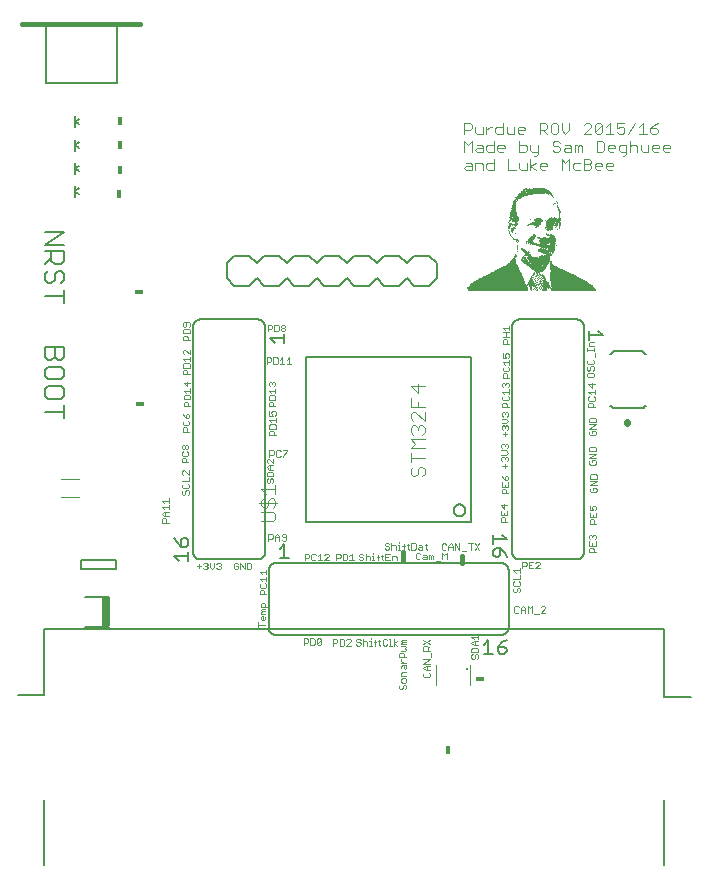
<source format=gto>
G75*
%MOIN*%
%OFA0B0*%
%FSLAX25Y25*%
%IPPOS*%
%LPD*%
%AMOC8*
5,1,8,0,0,1.08239X$1,22.5*
%
%ADD10C,0.00200*%
%ADD11C,0.01600*%
%ADD12C,0.00600*%
%ADD13C,0.00300*%
%ADD14R,0.20300X0.00100*%
%ADD15R,0.00200X0.00100*%
%ADD16R,0.01100X0.00100*%
%ADD17R,0.15000X0.00100*%
%ADD18R,0.20200X0.00100*%
%ADD19R,0.00100X0.00100*%
%ADD20R,0.00700X0.00100*%
%ADD21R,0.14900X0.00100*%
%ADD22R,0.00900X0.00100*%
%ADD23R,0.14800X0.00100*%
%ADD24R,0.01200X0.00100*%
%ADD25R,0.20100X0.00100*%
%ADD26R,0.14700X0.00100*%
%ADD27R,0.00300X0.00100*%
%ADD28R,0.00400X0.00100*%
%ADD29R,0.20000X0.00100*%
%ADD30R,0.00500X0.00100*%
%ADD31R,0.01300X0.00100*%
%ADD32R,0.14300X0.00100*%
%ADD33R,0.00600X0.00100*%
%ADD34R,0.14200X0.00100*%
%ADD35R,0.19900X0.00100*%
%ADD36R,0.19800X0.00100*%
%ADD37R,0.19700X0.00100*%
%ADD38R,0.00800X0.00100*%
%ADD39R,0.14100X0.00100*%
%ADD40R,0.19600X0.00100*%
%ADD41R,0.14000X0.00100*%
%ADD42R,0.19500X0.00100*%
%ADD43R,0.01500X0.00100*%
%ADD44R,0.13800X0.00100*%
%ADD45R,0.19400X0.00100*%
%ADD46R,0.02500X0.00100*%
%ADD47R,0.18800X0.00100*%
%ADD48R,0.01400X0.00100*%
%ADD49R,0.02400X0.00100*%
%ADD50R,0.13700X0.00100*%
%ADD51R,0.18700X0.00100*%
%ADD52R,0.01900X0.00100*%
%ADD53R,0.02300X0.00100*%
%ADD54R,0.13400X0.00100*%
%ADD55R,0.18600X0.00100*%
%ADD56R,0.13300X0.00100*%
%ADD57R,0.18400X0.00100*%
%ADD58R,0.02100X0.00100*%
%ADD59R,0.13200X0.00100*%
%ADD60R,0.18300X0.00100*%
%ADD61R,0.02600X0.00100*%
%ADD62R,0.13100X0.00100*%
%ADD63R,0.18100X0.00100*%
%ADD64R,0.13000X0.00100*%
%ADD65R,0.18000X0.00100*%
%ADD66R,0.12900X0.00100*%
%ADD67R,0.17700X0.00100*%
%ADD68R,0.01000X0.00100*%
%ADD69R,0.12700X0.00100*%
%ADD70R,0.17600X0.00100*%
%ADD71R,0.01800X0.00100*%
%ADD72R,0.12600X0.00100*%
%ADD73R,0.17500X0.00100*%
%ADD74R,0.01700X0.00100*%
%ADD75R,0.12400X0.00100*%
%ADD76R,0.17300X0.00100*%
%ADD77R,0.12300X0.00100*%
%ADD78R,0.17100X0.00100*%
%ADD79R,0.01600X0.00100*%
%ADD80R,0.12100X0.00100*%
%ADD81R,0.16900X0.00100*%
%ADD82R,0.16800X0.00100*%
%ADD83R,0.11900X0.00100*%
%ADD84R,0.16600X0.00100*%
%ADD85R,0.11700X0.00100*%
%ADD86R,0.16500X0.00100*%
%ADD87R,0.11600X0.00100*%
%ADD88R,0.16300X0.00100*%
%ADD89R,0.11400X0.00100*%
%ADD90R,0.16100X0.00100*%
%ADD91R,0.11300X0.00100*%
%ADD92R,0.15800X0.00100*%
%ADD93R,0.11200X0.00100*%
%ADD94R,0.15500X0.00100*%
%ADD95R,0.11000X0.00100*%
%ADD96R,0.15200X0.00100*%
%ADD97R,0.10800X0.00100*%
%ADD98R,0.15100X0.00100*%
%ADD99R,0.10600X0.00100*%
%ADD100R,0.10400X0.00100*%
%ADD101R,0.14600X0.00100*%
%ADD102R,0.10200X0.00100*%
%ADD103R,0.14400X0.00100*%
%ADD104R,0.10000X0.00100*%
%ADD105R,0.09800X0.00100*%
%ADD106R,0.13900X0.00100*%
%ADD107R,0.09700X0.00100*%
%ADD108R,0.13600X0.00100*%
%ADD109R,0.09500X0.00100*%
%ADD110R,0.13500X0.00100*%
%ADD111R,0.09300X0.00100*%
%ADD112R,0.09200X0.00100*%
%ADD113R,0.09000X0.00100*%
%ADD114R,0.08700X0.00100*%
%ADD115R,0.12500X0.00100*%
%ADD116R,0.08500X0.00100*%
%ADD117R,0.11800X0.00100*%
%ADD118R,0.08300X0.00100*%
%ADD119R,0.08100X0.00100*%
%ADD120R,0.07900X0.00100*%
%ADD121R,0.11100X0.00100*%
%ADD122R,0.07800X0.00100*%
%ADD123R,0.10900X0.00100*%
%ADD124R,0.07400X0.00100*%
%ADD125R,0.10500X0.00100*%
%ADD126R,0.07200X0.00100*%
%ADD127R,0.07000X0.00100*%
%ADD128R,0.10100X0.00100*%
%ADD129R,0.06800X0.00100*%
%ADD130R,0.06600X0.00100*%
%ADD131R,0.06300X0.00100*%
%ADD132R,0.09400X0.00100*%
%ADD133R,0.05800X0.00100*%
%ADD134R,0.05700X0.00100*%
%ADD135R,0.05400X0.00100*%
%ADD136R,0.08800X0.00100*%
%ADD137R,0.05300X0.00100*%
%ADD138R,0.04900X0.00100*%
%ADD139R,0.08400X0.00100*%
%ADD140R,0.02800X0.00100*%
%ADD141R,0.04700X0.00100*%
%ADD142R,0.03000X0.00100*%
%ADD143R,0.04600X0.00100*%
%ADD144R,0.03300X0.00100*%
%ADD145R,0.07700X0.00100*%
%ADD146R,0.03500X0.00100*%
%ADD147R,0.04200X0.00100*%
%ADD148R,0.07600X0.00100*%
%ADD149R,0.03600X0.00100*%
%ADD150R,0.04100X0.00100*%
%ADD151R,0.07300X0.00100*%
%ADD152R,0.03900X0.00100*%
%ADD153R,0.07100X0.00100*%
%ADD154R,0.03800X0.00100*%
%ADD155R,0.03200X0.00100*%
%ADD156R,0.06700X0.00100*%
%ADD157R,0.02900X0.00100*%
%ADD158R,0.03400X0.00100*%
%ADD159R,0.06400X0.00100*%
%ADD160R,0.03100X0.00100*%
%ADD161R,0.06100X0.00100*%
%ADD162R,0.05500X0.00100*%
%ADD163R,0.02200X0.00100*%
%ADD164R,0.02000X0.00100*%
%ADD165R,0.04300X0.00100*%
%ADD166R,0.03700X0.00100*%
%ADD167R,0.05000X0.00100*%
%ADD168R,0.05600X0.00100*%
%ADD169R,0.04000X0.00100*%
%ADD170R,0.02700X0.00100*%
%ADD171R,0.05900X0.00100*%
%ADD172R,0.06200X0.00100*%
%ADD173R,0.04400X0.00100*%
%ADD174R,0.04800X0.00100*%
%ADD175R,0.06000X0.00100*%
%ADD176R,0.05100X0.00100*%
%ADD177C,0.02200*%
%ADD178C,0.00800*%
%ADD179R,0.03000X0.01800*%
%ADD180R,0.01800X0.03000*%
%ADD181C,0.00500*%
%ADD182C,0.00400*%
%ADD183C,0.00984*%
%ADD184R,0.02657X0.09646*%
D10*
X0070769Y0103979D02*
X0070769Y0105447D01*
X0070035Y0104713D02*
X0071503Y0104713D01*
X0072245Y0105447D02*
X0072612Y0105814D01*
X0073346Y0105814D01*
X0073713Y0105447D01*
X0073713Y0105080D01*
X0073346Y0104713D01*
X0073713Y0104346D01*
X0073713Y0103979D01*
X0073346Y0103612D01*
X0072612Y0103612D01*
X0072245Y0103979D01*
X0072979Y0104713D02*
X0073346Y0104713D01*
X0074455Y0104346D02*
X0075189Y0103612D01*
X0075923Y0104346D01*
X0075923Y0105814D01*
X0076665Y0105447D02*
X0077032Y0105814D01*
X0077766Y0105814D01*
X0078133Y0105447D01*
X0078133Y0105080D01*
X0077766Y0104713D01*
X0078133Y0104346D01*
X0078133Y0103979D01*
X0077766Y0103612D01*
X0077032Y0103612D01*
X0076665Y0103979D01*
X0077399Y0104713D02*
X0077766Y0104713D01*
X0074455Y0104346D02*
X0074455Y0105814D01*
X0082436Y0105388D02*
X0082436Y0103920D01*
X0082803Y0103553D01*
X0083537Y0103553D01*
X0083904Y0103920D01*
X0083904Y0104654D01*
X0083170Y0104654D01*
X0083904Y0105388D02*
X0083537Y0105755D01*
X0082803Y0105755D01*
X0082436Y0105388D01*
X0084645Y0105755D02*
X0084645Y0103553D01*
X0086113Y0103553D02*
X0084645Y0105755D01*
X0086113Y0105755D02*
X0086113Y0103553D01*
X0086855Y0103553D02*
X0087956Y0103553D01*
X0088323Y0103920D01*
X0088323Y0105388D01*
X0087956Y0105755D01*
X0086855Y0105755D01*
X0086855Y0103553D01*
X0091118Y0102625D02*
X0093320Y0102625D01*
X0093320Y0101891D02*
X0093320Y0103359D01*
X0091852Y0101891D02*
X0091118Y0102625D01*
X0091118Y0100415D02*
X0093320Y0100415D01*
X0093320Y0099681D02*
X0093320Y0101149D01*
X0091852Y0099681D02*
X0091118Y0100415D01*
X0091485Y0098939D02*
X0091118Y0098572D01*
X0091118Y0097838D01*
X0091485Y0097471D01*
X0092953Y0097471D01*
X0093320Y0097838D01*
X0093320Y0098572D01*
X0092953Y0098939D01*
X0092219Y0096729D02*
X0092586Y0096362D01*
X0092586Y0095261D01*
X0093320Y0095261D02*
X0091118Y0095261D01*
X0091118Y0096362D01*
X0091485Y0096729D01*
X0092219Y0096729D01*
X0092511Y0092516D02*
X0092878Y0092149D01*
X0092878Y0091048D01*
X0093612Y0091048D02*
X0091410Y0091048D01*
X0091410Y0092149D01*
X0091777Y0092516D01*
X0092511Y0092516D01*
X0092878Y0090306D02*
X0091777Y0090306D01*
X0091410Y0089939D01*
X0091777Y0089572D01*
X0092878Y0089572D01*
X0092878Y0088838D02*
X0091410Y0088838D01*
X0091410Y0089205D01*
X0091777Y0089572D01*
X0091777Y0088096D02*
X0092144Y0088096D01*
X0092144Y0086628D01*
X0091777Y0086628D02*
X0091410Y0086995D01*
X0091410Y0087729D01*
X0091777Y0088096D01*
X0092878Y0087729D02*
X0092878Y0086995D01*
X0092511Y0086628D01*
X0091777Y0086628D01*
X0090676Y0085886D02*
X0090676Y0084418D01*
X0090676Y0085152D02*
X0092878Y0085152D01*
X0105708Y0080565D02*
X0105708Y0078363D01*
X0105708Y0079097D02*
X0106809Y0079097D01*
X0107176Y0079464D01*
X0107176Y0080198D01*
X0106809Y0080565D01*
X0105708Y0080565D01*
X0107917Y0080565D02*
X0109018Y0080565D01*
X0109385Y0080198D01*
X0109385Y0078730D01*
X0109018Y0078363D01*
X0107917Y0078363D01*
X0107917Y0080565D01*
X0110127Y0080198D02*
X0110494Y0080565D01*
X0111228Y0080565D01*
X0111595Y0080198D01*
X0110127Y0078730D01*
X0110494Y0078363D01*
X0111228Y0078363D01*
X0111595Y0078730D01*
X0111595Y0080198D01*
X0110127Y0080198D02*
X0110127Y0078730D01*
X0115524Y0078898D02*
X0116625Y0078898D01*
X0116992Y0079265D01*
X0116992Y0079999D01*
X0116625Y0080366D01*
X0115524Y0080366D01*
X0115524Y0078164D01*
X0117733Y0078164D02*
X0118834Y0078164D01*
X0119201Y0078531D01*
X0119201Y0079999D01*
X0118834Y0080366D01*
X0117733Y0080366D01*
X0117733Y0078164D01*
X0119943Y0078164D02*
X0121411Y0079632D01*
X0121411Y0079999D01*
X0121044Y0080366D01*
X0120310Y0080366D01*
X0119943Y0079999D01*
X0119943Y0078164D02*
X0121411Y0078164D01*
X0123250Y0078550D02*
X0123617Y0078183D01*
X0124351Y0078183D01*
X0124718Y0078550D01*
X0124718Y0078917D01*
X0124351Y0079284D01*
X0123617Y0079284D01*
X0123250Y0079651D01*
X0123250Y0080018D01*
X0123617Y0080385D01*
X0124351Y0080385D01*
X0124718Y0080018D01*
X0125460Y0080385D02*
X0125460Y0078183D01*
X0125460Y0079284D02*
X0125827Y0079651D01*
X0126561Y0079651D01*
X0126928Y0079284D01*
X0126928Y0078183D01*
X0127670Y0078183D02*
X0128404Y0078183D01*
X0128037Y0078183D02*
X0128037Y0079651D01*
X0127670Y0079651D01*
X0128037Y0080385D02*
X0128037Y0080752D01*
X0129510Y0080018D02*
X0129877Y0080385D01*
X0129510Y0080018D02*
X0129510Y0078183D01*
X0129143Y0079284D02*
X0129877Y0079284D01*
X0130616Y0079651D02*
X0131350Y0079651D01*
X0130983Y0080018D02*
X0130983Y0078550D01*
X0131350Y0078183D01*
X0132089Y0078550D02*
X0132456Y0078183D01*
X0133190Y0078183D01*
X0133557Y0078550D01*
X0134299Y0078183D02*
X0135033Y0078183D01*
X0134666Y0078183D02*
X0134666Y0080385D01*
X0134299Y0080385D01*
X0133557Y0080018D02*
X0133190Y0080385D01*
X0132456Y0080385D01*
X0132089Y0080018D01*
X0132089Y0078550D01*
X0135772Y0078183D02*
X0135772Y0080385D01*
X0136873Y0079651D02*
X0135772Y0078917D01*
X0136873Y0078183D01*
X0138353Y0077974D02*
X0139454Y0077974D01*
X0139821Y0077607D01*
X0139454Y0077240D01*
X0139821Y0076873D01*
X0139454Y0076506D01*
X0138353Y0076506D01*
X0137987Y0075765D02*
X0138720Y0075765D01*
X0139087Y0075398D01*
X0139087Y0074297D01*
X0139821Y0074297D02*
X0137620Y0074297D01*
X0137620Y0075398D01*
X0137987Y0075765D01*
X0138353Y0073556D02*
X0138353Y0073189D01*
X0139087Y0072455D01*
X0139821Y0072455D02*
X0138353Y0072455D01*
X0138720Y0071713D02*
X0139821Y0071713D01*
X0139821Y0070612D01*
X0139454Y0070245D01*
X0139087Y0070612D01*
X0139087Y0071713D01*
X0138720Y0071713D02*
X0138353Y0071346D01*
X0138353Y0070612D01*
X0138720Y0069503D02*
X0139821Y0069503D01*
X0138720Y0069503D02*
X0138353Y0069136D01*
X0138353Y0068035D01*
X0139821Y0068035D01*
X0139454Y0067293D02*
X0138720Y0067293D01*
X0138353Y0066926D01*
X0138353Y0066192D01*
X0138720Y0065825D01*
X0139454Y0065825D01*
X0139821Y0066192D01*
X0139821Y0066926D01*
X0139454Y0067293D01*
X0139454Y0065083D02*
X0139821Y0064716D01*
X0139821Y0063982D01*
X0139454Y0063616D01*
X0138720Y0063982D02*
X0138353Y0063616D01*
X0137987Y0063616D01*
X0137620Y0063982D01*
X0137620Y0064716D01*
X0137987Y0065083D01*
X0138720Y0064716D02*
X0139087Y0065083D01*
X0139454Y0065083D01*
X0138720Y0064716D02*
X0138720Y0063982D01*
X0145635Y0068056D02*
X0146002Y0067689D01*
X0147470Y0067689D01*
X0147837Y0068056D01*
X0147837Y0068790D01*
X0147470Y0069157D01*
X0147837Y0069899D02*
X0146369Y0069899D01*
X0145635Y0070633D01*
X0146369Y0071367D01*
X0147837Y0071367D01*
X0147837Y0072109D02*
X0145635Y0072109D01*
X0147837Y0073577D01*
X0145635Y0073577D01*
X0146736Y0071367D02*
X0146736Y0069899D01*
X0146002Y0069157D02*
X0145635Y0068790D01*
X0145635Y0068056D01*
X0148204Y0074319D02*
X0148204Y0075786D01*
X0147837Y0076528D02*
X0145635Y0076528D01*
X0145635Y0077629D01*
X0146002Y0077996D01*
X0146736Y0077996D01*
X0147103Y0077629D01*
X0147103Y0076528D01*
X0147103Y0077262D02*
X0147837Y0077996D01*
X0147837Y0078738D02*
X0145635Y0080206D01*
X0145635Y0078738D02*
X0147837Y0080206D01*
X0139821Y0080184D02*
X0138720Y0080184D01*
X0138353Y0079817D01*
X0138720Y0079450D01*
X0139821Y0079450D01*
X0139821Y0078716D02*
X0138353Y0078716D01*
X0138353Y0079083D01*
X0138720Y0079450D01*
X0161659Y0078946D02*
X0162392Y0079679D01*
X0163860Y0079679D01*
X0163860Y0080421D02*
X0163860Y0081889D01*
X0163860Y0081155D02*
X0161659Y0081155D01*
X0162392Y0080421D01*
X0162759Y0079679D02*
X0162759Y0078212D01*
X0162392Y0078212D02*
X0161659Y0078946D01*
X0162392Y0078212D02*
X0163860Y0078212D01*
X0163493Y0077470D02*
X0162026Y0077470D01*
X0161659Y0077103D01*
X0161659Y0076002D01*
X0163860Y0076002D01*
X0163860Y0077103D01*
X0163493Y0077470D01*
X0163493Y0075260D02*
X0163860Y0074893D01*
X0163860Y0074159D01*
X0163493Y0073792D01*
X0162759Y0074159D02*
X0162759Y0074893D01*
X0163126Y0075260D01*
X0163493Y0075260D01*
X0162759Y0074159D02*
X0162392Y0073792D01*
X0162026Y0073792D01*
X0161659Y0074159D01*
X0161659Y0074893D01*
X0162026Y0075260D01*
X0175940Y0089462D02*
X0175940Y0090930D01*
X0176307Y0091297D01*
X0177041Y0091297D01*
X0177408Y0090930D01*
X0178150Y0090563D02*
X0178884Y0091297D01*
X0179618Y0090563D01*
X0179618Y0089095D01*
X0180360Y0089095D02*
X0180360Y0091297D01*
X0181094Y0090563D01*
X0181828Y0091297D01*
X0181828Y0089095D01*
X0182570Y0088728D02*
X0184037Y0088728D01*
X0184779Y0089095D02*
X0186247Y0090563D01*
X0186247Y0090930D01*
X0185880Y0091297D01*
X0185146Y0091297D01*
X0184779Y0090930D01*
X0184779Y0089095D02*
X0186247Y0089095D01*
X0179618Y0090196D02*
X0178150Y0090196D01*
X0178150Y0090563D02*
X0178150Y0089095D01*
X0177408Y0089462D02*
X0177041Y0089095D01*
X0176307Y0089095D01*
X0175940Y0089462D01*
X0176021Y0095887D02*
X0176388Y0095887D01*
X0176755Y0096254D01*
X0176755Y0096988D01*
X0177122Y0097355D01*
X0177489Y0097355D01*
X0177855Y0096988D01*
X0177855Y0096254D01*
X0177489Y0095887D01*
X0176021Y0095887D02*
X0175654Y0096254D01*
X0175654Y0096988D01*
X0176021Y0097355D01*
X0176021Y0098096D02*
X0177489Y0098096D01*
X0177855Y0098463D01*
X0177855Y0099197D01*
X0177489Y0099564D01*
X0177855Y0100306D02*
X0177855Y0101774D01*
X0177855Y0102516D02*
X0177855Y0103984D01*
X0178588Y0103978D02*
X0178588Y0106180D01*
X0179689Y0106180D01*
X0180056Y0105813D01*
X0180056Y0105079D01*
X0179689Y0104712D01*
X0178588Y0104712D01*
X0177855Y0103250D02*
X0175654Y0103250D01*
X0176388Y0102516D01*
X0175654Y0100306D02*
X0177855Y0100306D01*
X0176021Y0099564D02*
X0175654Y0099197D01*
X0175654Y0098463D01*
X0176021Y0098096D01*
X0180798Y0103978D02*
X0182266Y0103978D01*
X0183008Y0103978D02*
X0184476Y0105446D01*
X0184476Y0105813D01*
X0184109Y0106180D01*
X0183375Y0106180D01*
X0183008Y0105813D01*
X0182266Y0106180D02*
X0180798Y0106180D01*
X0180798Y0103978D01*
X0180798Y0105079D02*
X0181532Y0105079D01*
X0183008Y0103978D02*
X0184476Y0103978D01*
X0200905Y0109287D02*
X0200905Y0110388D01*
X0201272Y0110755D01*
X0202006Y0110755D01*
X0202373Y0110388D01*
X0202373Y0109287D01*
X0203107Y0109287D02*
X0200905Y0109287D01*
X0200905Y0111497D02*
X0203107Y0111497D01*
X0203107Y0112965D01*
X0202740Y0113707D02*
X0203107Y0114074D01*
X0203107Y0114808D01*
X0202740Y0115175D01*
X0202373Y0115175D01*
X0202006Y0114808D01*
X0202006Y0114441D01*
X0202006Y0114808D02*
X0201639Y0115175D01*
X0201272Y0115175D01*
X0200905Y0114808D01*
X0200905Y0114074D01*
X0201272Y0113707D01*
X0200905Y0112965D02*
X0200905Y0111497D01*
X0202006Y0111497D02*
X0202006Y0112231D01*
X0202585Y0118814D02*
X0202585Y0119915D01*
X0202218Y0120282D01*
X0201484Y0120282D01*
X0201117Y0119915D01*
X0201117Y0118814D01*
X0203319Y0118814D01*
X0203319Y0121023D02*
X0201117Y0121023D01*
X0201117Y0122491D01*
X0201117Y0123233D02*
X0202218Y0123233D01*
X0201851Y0123967D01*
X0201851Y0124334D01*
X0202218Y0124701D01*
X0202952Y0124701D01*
X0203319Y0124334D01*
X0203319Y0123600D01*
X0202952Y0123233D01*
X0203319Y0122491D02*
X0203319Y0121023D01*
X0202218Y0121023D02*
X0202218Y0121757D01*
X0201117Y0123233D02*
X0201117Y0124701D01*
X0201552Y0129389D02*
X0201185Y0129756D01*
X0201185Y0130490D01*
X0201552Y0130857D01*
X0202286Y0130857D02*
X0202286Y0130123D01*
X0202286Y0130857D02*
X0203020Y0130857D01*
X0203387Y0130490D01*
X0203387Y0129756D01*
X0203020Y0129389D01*
X0201552Y0129389D01*
X0201185Y0131598D02*
X0203387Y0133066D01*
X0201185Y0133066D01*
X0201185Y0133808D02*
X0201185Y0134909D01*
X0201552Y0135276D01*
X0203020Y0135276D01*
X0203387Y0134909D01*
X0203387Y0133808D01*
X0201185Y0133808D01*
X0201185Y0131598D02*
X0203387Y0131598D01*
X0202740Y0138525D02*
X0201272Y0138525D01*
X0200905Y0138892D01*
X0200905Y0139626D01*
X0201272Y0139993D01*
X0202006Y0139993D02*
X0202006Y0139259D01*
X0202006Y0139993D02*
X0202740Y0139993D01*
X0203107Y0139626D01*
X0203107Y0138892D01*
X0202740Y0138525D01*
X0203107Y0140735D02*
X0200905Y0140735D01*
X0203107Y0142203D01*
X0200905Y0142203D01*
X0200905Y0142945D02*
X0200905Y0144046D01*
X0201272Y0144413D01*
X0202740Y0144413D01*
X0203107Y0144046D01*
X0203107Y0142945D01*
X0200905Y0142945D01*
X0201272Y0148221D02*
X0202740Y0148221D01*
X0203107Y0148588D01*
X0203107Y0149322D01*
X0202740Y0149689D01*
X0202006Y0149689D01*
X0202006Y0148955D01*
X0201272Y0149689D02*
X0200905Y0149322D01*
X0200905Y0148588D01*
X0201272Y0148221D01*
X0200905Y0150430D02*
X0203107Y0151898D01*
X0200905Y0151898D01*
X0200905Y0152640D02*
X0200905Y0153741D01*
X0201272Y0154108D01*
X0202740Y0154108D01*
X0203107Y0153741D01*
X0203107Y0152640D01*
X0200905Y0152640D01*
X0200905Y0150430D02*
X0203107Y0150430D01*
X0202833Y0157563D02*
X0200631Y0157563D01*
X0200631Y0158664D01*
X0200998Y0159031D01*
X0201732Y0159031D01*
X0202099Y0158664D01*
X0202099Y0157563D01*
X0202466Y0159773D02*
X0202833Y0160140D01*
X0202833Y0160874D01*
X0202466Y0161241D01*
X0202833Y0161983D02*
X0202833Y0163451D01*
X0202833Y0162717D02*
X0200631Y0162717D01*
X0201365Y0161983D01*
X0200998Y0161241D02*
X0200631Y0160874D01*
X0200631Y0160140D01*
X0200998Y0159773D01*
X0202466Y0159773D01*
X0201732Y0164193D02*
X0200631Y0165294D01*
X0202833Y0165294D01*
X0201732Y0165661D02*
X0201732Y0164193D01*
X0202035Y0167640D02*
X0200567Y0167640D01*
X0200200Y0168007D01*
X0200200Y0168741D01*
X0200567Y0169108D01*
X0202035Y0169108D01*
X0202402Y0168741D01*
X0202402Y0168007D01*
X0202035Y0167640D01*
X0202035Y0169850D02*
X0202402Y0170217D01*
X0202402Y0170951D01*
X0202035Y0171318D01*
X0201668Y0171318D01*
X0201301Y0170951D01*
X0201301Y0170217D01*
X0200934Y0169850D01*
X0200567Y0169850D01*
X0200200Y0170217D01*
X0200200Y0170951D01*
X0200567Y0171318D01*
X0200567Y0172060D02*
X0202035Y0172060D01*
X0202402Y0172427D01*
X0202402Y0173161D01*
X0202035Y0173528D01*
X0202769Y0174270D02*
X0202769Y0175738D01*
X0202402Y0176480D02*
X0202402Y0177213D01*
X0202402Y0176847D02*
X0200200Y0176847D01*
X0200200Y0177213D02*
X0200200Y0176480D01*
X0200934Y0177953D02*
X0200934Y0179054D01*
X0201301Y0179421D01*
X0202402Y0179421D01*
X0202402Y0177953D02*
X0200934Y0177953D01*
X0200567Y0173528D02*
X0200200Y0173161D01*
X0200200Y0172427D01*
X0200567Y0172060D01*
X0174298Y0171867D02*
X0174298Y0173335D01*
X0174298Y0172601D02*
X0172096Y0172601D01*
X0172830Y0171867D01*
X0172463Y0171125D02*
X0172096Y0170758D01*
X0172096Y0170024D01*
X0172463Y0169657D01*
X0173931Y0169657D01*
X0174298Y0170024D01*
X0174298Y0170758D01*
X0173931Y0171125D01*
X0173197Y0168915D02*
X0173564Y0168548D01*
X0173564Y0167447D01*
X0174298Y0167447D02*
X0172096Y0167447D01*
X0172096Y0168548D01*
X0172463Y0168915D01*
X0173197Y0168915D01*
X0173360Y0165778D02*
X0173727Y0165778D01*
X0174094Y0165411D01*
X0174094Y0164677D01*
X0173727Y0164310D01*
X0174094Y0163568D02*
X0174094Y0162100D01*
X0174094Y0162834D02*
X0171893Y0162834D01*
X0172626Y0162100D01*
X0172260Y0161358D02*
X0171893Y0160991D01*
X0171893Y0160257D01*
X0172260Y0159890D01*
X0173727Y0159890D01*
X0174094Y0160257D01*
X0174094Y0160991D01*
X0173727Y0161358D01*
X0172993Y0159149D02*
X0173360Y0158782D01*
X0173360Y0157681D01*
X0174094Y0157681D02*
X0171893Y0157681D01*
X0171893Y0158782D01*
X0172260Y0159149D01*
X0172993Y0159149D01*
X0173252Y0155980D02*
X0173619Y0155980D01*
X0173986Y0155613D01*
X0173986Y0154879D01*
X0173619Y0154512D01*
X0173252Y0153770D02*
X0171784Y0153770D01*
X0172151Y0154512D02*
X0171784Y0154879D01*
X0171784Y0155613D01*
X0172151Y0155980D01*
X0172518Y0155980D01*
X0172885Y0155613D01*
X0173252Y0155980D01*
X0172885Y0155613D02*
X0172885Y0155246D01*
X0173252Y0153770D02*
X0173986Y0153036D01*
X0173252Y0152302D01*
X0171784Y0152302D01*
X0172151Y0151560D02*
X0171784Y0151193D01*
X0171784Y0150459D01*
X0172151Y0150092D01*
X0172885Y0150826D02*
X0172885Y0151193D01*
X0173252Y0151560D01*
X0173619Y0151560D01*
X0173986Y0151193D01*
X0173986Y0150459D01*
X0173619Y0150092D01*
X0172885Y0149350D02*
X0172885Y0147883D01*
X0172151Y0148616D02*
X0173619Y0148616D01*
X0172885Y0151193D02*
X0172518Y0151560D01*
X0172151Y0151560D01*
X0172001Y0145456D02*
X0172368Y0145456D01*
X0172735Y0145089D01*
X0173102Y0145456D01*
X0173469Y0145456D01*
X0173836Y0145089D01*
X0173836Y0144355D01*
X0173469Y0143988D01*
X0173102Y0143246D02*
X0171634Y0143246D01*
X0172001Y0143988D02*
X0171634Y0144355D01*
X0171634Y0145089D01*
X0172001Y0145456D01*
X0172735Y0145089D02*
X0172735Y0144722D01*
X0173102Y0143246D02*
X0173836Y0142512D01*
X0173102Y0141778D01*
X0171634Y0141778D01*
X0172001Y0141036D02*
X0171634Y0140669D01*
X0171634Y0139935D01*
X0172001Y0139568D01*
X0172735Y0140302D02*
X0172735Y0140669D01*
X0173102Y0141036D01*
X0173469Y0141036D01*
X0173836Y0140669D01*
X0173836Y0139935D01*
X0173469Y0139568D01*
X0172735Y0138826D02*
X0172735Y0137358D01*
X0172001Y0138092D02*
X0173469Y0138092D01*
X0172735Y0140669D02*
X0172368Y0141036D01*
X0172001Y0141036D01*
X0171775Y0134771D02*
X0172142Y0134037D01*
X0172876Y0133303D01*
X0172876Y0134404D01*
X0173243Y0134771D01*
X0173610Y0134771D01*
X0173977Y0134404D01*
X0173977Y0133670D01*
X0173610Y0133303D01*
X0172876Y0133303D01*
X0173977Y0132561D02*
X0173977Y0131093D01*
X0171775Y0131093D01*
X0171775Y0132561D01*
X0172876Y0131827D02*
X0172876Y0131093D01*
X0172876Y0130351D02*
X0173243Y0129984D01*
X0173243Y0128883D01*
X0173977Y0128883D02*
X0171775Y0128883D01*
X0171775Y0129984D01*
X0172142Y0130351D01*
X0172876Y0130351D01*
X0172553Y0125328D02*
X0172553Y0123860D01*
X0171452Y0124961D01*
X0173654Y0124961D01*
X0173654Y0123118D02*
X0173654Y0121650D01*
X0171452Y0121650D01*
X0171452Y0123118D01*
X0172553Y0122384D02*
X0172553Y0121650D01*
X0172553Y0120909D02*
X0172920Y0120542D01*
X0172920Y0119441D01*
X0173654Y0119441D02*
X0171452Y0119441D01*
X0171452Y0120542D01*
X0171819Y0120909D01*
X0172553Y0120909D01*
X0164302Y0112220D02*
X0162834Y0110018D01*
X0164302Y0110018D02*
X0162834Y0112220D01*
X0162093Y0112220D02*
X0160625Y0112220D01*
X0161359Y0112220D02*
X0161359Y0110018D01*
X0159883Y0109651D02*
X0158415Y0109651D01*
X0157673Y0110018D02*
X0157673Y0112220D01*
X0156205Y0112220D02*
X0156205Y0110018D01*
X0155463Y0110018D02*
X0155463Y0111486D01*
X0154729Y0112220D01*
X0153995Y0111486D01*
X0153995Y0110018D01*
X0153253Y0110385D02*
X0152886Y0110018D01*
X0152152Y0110018D01*
X0151785Y0110385D01*
X0151785Y0111853D01*
X0152152Y0112220D01*
X0152886Y0112220D01*
X0153253Y0111853D01*
X0153995Y0111119D02*
X0155463Y0111119D01*
X0156205Y0112220D02*
X0157673Y0110018D01*
X0153395Y0109105D02*
X0153395Y0106903D01*
X0151927Y0106903D02*
X0151927Y0109105D01*
X0152661Y0108371D01*
X0153395Y0109105D01*
X0151185Y0106536D02*
X0149717Y0106536D01*
X0148975Y0106903D02*
X0148975Y0108004D01*
X0148608Y0108371D01*
X0148241Y0108004D01*
X0148241Y0106903D01*
X0147507Y0106903D02*
X0147507Y0108371D01*
X0147874Y0108371D01*
X0148241Y0108004D01*
X0146765Y0108004D02*
X0146765Y0106903D01*
X0145664Y0106903D01*
X0145297Y0107270D01*
X0145664Y0107637D01*
X0146765Y0107637D01*
X0146765Y0108004D02*
X0146398Y0108371D01*
X0145664Y0108371D01*
X0144555Y0108738D02*
X0144188Y0109105D01*
X0143454Y0109105D01*
X0143087Y0108738D01*
X0143087Y0107270D01*
X0143454Y0106903D01*
X0144188Y0106903D01*
X0144555Y0107270D01*
X0144188Y0110205D02*
X0143821Y0110571D01*
X0144188Y0110938D01*
X0145289Y0110938D01*
X0145289Y0111305D02*
X0145289Y0110205D01*
X0144188Y0110205D01*
X0143079Y0110571D02*
X0142712Y0110205D01*
X0141612Y0110205D01*
X0141612Y0112406D01*
X0142712Y0112406D01*
X0143079Y0112039D01*
X0143079Y0110571D01*
X0144188Y0111672D02*
X0144922Y0111672D01*
X0145289Y0111305D01*
X0146031Y0111672D02*
X0146765Y0111672D01*
X0146398Y0112039D02*
X0146398Y0110571D01*
X0146765Y0110205D01*
X0140872Y0110205D02*
X0140505Y0110571D01*
X0140505Y0112039D01*
X0140138Y0111672D02*
X0140872Y0111672D01*
X0139399Y0111305D02*
X0138665Y0111305D01*
X0139032Y0112039D02*
X0139399Y0112406D01*
X0139032Y0112039D02*
X0139032Y0110205D01*
X0137926Y0110205D02*
X0137192Y0110205D01*
X0137559Y0110205D02*
X0137559Y0111672D01*
X0137192Y0111672D01*
X0137559Y0112406D02*
X0137559Y0112773D01*
X0136450Y0111305D02*
X0136450Y0110205D01*
X0136450Y0111305D02*
X0136083Y0111672D01*
X0135349Y0111672D01*
X0134982Y0111305D01*
X0134240Y0110938D02*
X0134240Y0110571D01*
X0133873Y0110205D01*
X0133139Y0110205D01*
X0132772Y0110571D01*
X0133139Y0111305D02*
X0133873Y0111305D01*
X0134240Y0110938D01*
X0134982Y0110205D02*
X0134982Y0112406D01*
X0134240Y0112039D02*
X0133873Y0112406D01*
X0133139Y0112406D01*
X0132772Y0112039D01*
X0132772Y0111672D01*
X0133139Y0111305D01*
X0133014Y0108811D02*
X0133014Y0106609D01*
X0134482Y0106609D01*
X0135224Y0106609D02*
X0135224Y0108077D01*
X0136325Y0108077D01*
X0136692Y0107710D01*
X0136692Y0106609D01*
X0134482Y0108811D02*
X0133014Y0108811D01*
X0132275Y0108077D02*
X0131541Y0108077D01*
X0131908Y0108444D02*
X0131908Y0106976D01*
X0132275Y0106609D01*
X0133014Y0107710D02*
X0133748Y0107710D01*
X0130802Y0107710D02*
X0130068Y0107710D01*
X0130435Y0108444D02*
X0130435Y0106609D01*
X0129328Y0106609D02*
X0128594Y0106609D01*
X0128961Y0106609D02*
X0128961Y0108077D01*
X0128594Y0108077D01*
X0128961Y0108811D02*
X0128961Y0109178D01*
X0130435Y0108444D02*
X0130802Y0108811D01*
X0127852Y0107710D02*
X0127852Y0106609D01*
X0127852Y0107710D02*
X0127486Y0108077D01*
X0126752Y0108077D01*
X0126385Y0107710D01*
X0125643Y0107343D02*
X0125276Y0107710D01*
X0124542Y0107710D01*
X0124175Y0108077D01*
X0124175Y0108444D01*
X0124542Y0108811D01*
X0125276Y0108811D01*
X0125643Y0108444D01*
X0126385Y0108811D02*
X0126385Y0106609D01*
X0125643Y0106976D02*
X0125276Y0106609D01*
X0124542Y0106609D01*
X0124175Y0106976D01*
X0125643Y0106976D02*
X0125643Y0107343D01*
X0122469Y0106609D02*
X0121001Y0106609D01*
X0121735Y0106609D02*
X0121735Y0108811D01*
X0121001Y0108077D01*
X0120259Y0108444D02*
X0120259Y0106976D01*
X0119892Y0106609D01*
X0118791Y0106609D01*
X0118791Y0108811D01*
X0119892Y0108811D01*
X0120259Y0108444D01*
X0118049Y0108444D02*
X0118049Y0107710D01*
X0117682Y0107343D01*
X0116581Y0107343D01*
X0116581Y0106609D02*
X0116581Y0108811D01*
X0117682Y0108811D01*
X0118049Y0108444D01*
X0114155Y0108507D02*
X0113788Y0108874D01*
X0113054Y0108874D01*
X0112687Y0108507D01*
X0114155Y0108507D02*
X0114155Y0108140D01*
X0112687Y0106672D01*
X0114155Y0106672D01*
X0111945Y0106672D02*
X0110477Y0106672D01*
X0111211Y0106672D02*
X0111211Y0108874D01*
X0110477Y0108140D01*
X0109735Y0108507D02*
X0109368Y0108874D01*
X0108634Y0108874D01*
X0108267Y0108507D01*
X0108267Y0107039D01*
X0108634Y0106672D01*
X0109368Y0106672D01*
X0109735Y0107039D01*
X0107525Y0107773D02*
X0107158Y0107406D01*
X0106057Y0107406D01*
X0106057Y0106672D02*
X0106057Y0108874D01*
X0107158Y0108874D01*
X0107525Y0108507D01*
X0107525Y0107773D01*
X0099897Y0113503D02*
X0099530Y0113136D01*
X0098796Y0113136D01*
X0098429Y0113503D01*
X0098796Y0114237D02*
X0099897Y0114237D01*
X0099897Y0113503D02*
X0099897Y0114971D01*
X0099530Y0115338D01*
X0098796Y0115338D01*
X0098429Y0114971D01*
X0098429Y0114604D01*
X0098796Y0114237D01*
X0097687Y0114237D02*
X0096219Y0114237D01*
X0096219Y0114604D02*
X0096953Y0115338D01*
X0097687Y0114604D01*
X0097687Y0113136D01*
X0096219Y0113136D02*
X0096219Y0114604D01*
X0095478Y0114237D02*
X0095111Y0113870D01*
X0094010Y0113870D01*
X0094010Y0113136D02*
X0094010Y0115338D01*
X0095111Y0115338D01*
X0095478Y0114971D01*
X0095478Y0114237D01*
X0095298Y0132428D02*
X0095665Y0132795D01*
X0095665Y0133529D01*
X0095298Y0133896D01*
X0094931Y0133896D01*
X0094564Y0133529D01*
X0094564Y0132795D01*
X0094197Y0132428D01*
X0093830Y0132428D01*
X0093463Y0132795D01*
X0093463Y0133529D01*
X0093830Y0133896D01*
X0093463Y0134638D02*
X0093463Y0135739D01*
X0093830Y0136105D01*
X0095298Y0136105D01*
X0095665Y0135739D01*
X0095665Y0134638D01*
X0093463Y0134638D01*
X0094197Y0136847D02*
X0093463Y0137581D01*
X0094197Y0138315D01*
X0095665Y0138315D01*
X0095665Y0139057D02*
X0094197Y0140525D01*
X0093830Y0140525D01*
X0093463Y0140158D01*
X0093463Y0139424D01*
X0093830Y0139057D01*
X0094564Y0138315D02*
X0094564Y0136847D01*
X0094197Y0136847D02*
X0095665Y0136847D01*
X0095665Y0139057D02*
X0095665Y0140525D01*
X0096560Y0141415D02*
X0096560Y0142883D01*
X0096927Y0143250D01*
X0097661Y0143250D01*
X0098028Y0142883D01*
X0098770Y0143250D02*
X0100237Y0143250D01*
X0100237Y0142883D01*
X0098770Y0141415D01*
X0098770Y0141048D01*
X0098028Y0141415D02*
X0097661Y0141048D01*
X0096927Y0141048D01*
X0096560Y0141415D01*
X0095818Y0142149D02*
X0095451Y0141782D01*
X0094350Y0141782D01*
X0094350Y0141048D02*
X0094350Y0143250D01*
X0095451Y0143250D01*
X0095818Y0142883D01*
X0095818Y0142149D01*
X0095737Y0148226D02*
X0095737Y0149327D01*
X0095370Y0149694D01*
X0094636Y0149694D01*
X0094269Y0149327D01*
X0094269Y0148226D01*
X0096471Y0148226D01*
X0096471Y0150436D02*
X0096471Y0151537D01*
X0096104Y0151904D01*
X0094636Y0151904D01*
X0094269Y0151537D01*
X0094269Y0150436D01*
X0096471Y0150436D01*
X0096471Y0152646D02*
X0096471Y0154114D01*
X0096471Y0153380D02*
X0094269Y0153380D01*
X0095003Y0152646D01*
X0095370Y0154856D02*
X0095003Y0155590D01*
X0095003Y0155957D01*
X0095370Y0156324D01*
X0096104Y0156324D01*
X0096471Y0155957D01*
X0096471Y0155223D01*
X0096104Y0154856D01*
X0095370Y0154856D02*
X0094269Y0154856D01*
X0094269Y0156324D01*
X0094113Y0157955D02*
X0094113Y0159056D01*
X0094480Y0159423D01*
X0095214Y0159423D01*
X0095581Y0159056D01*
X0095581Y0157955D01*
X0096315Y0157955D02*
X0094113Y0157955D01*
X0094113Y0160165D02*
X0094113Y0161266D01*
X0094480Y0161633D01*
X0095948Y0161633D01*
X0096315Y0161266D01*
X0096315Y0160165D01*
X0094113Y0160165D01*
X0094847Y0162375D02*
X0094113Y0163109D01*
X0096315Y0163109D01*
X0096315Y0162375D02*
X0096315Y0163843D01*
X0095948Y0164585D02*
X0096315Y0164952D01*
X0096315Y0165686D01*
X0095948Y0166053D01*
X0095581Y0166053D01*
X0095214Y0165686D01*
X0095214Y0165319D01*
X0095214Y0165686D02*
X0094847Y0166053D01*
X0094480Y0166053D01*
X0094113Y0165686D01*
X0094113Y0164952D01*
X0094480Y0164585D01*
X0093424Y0172025D02*
X0093424Y0174227D01*
X0094525Y0174227D01*
X0094892Y0173860D01*
X0094892Y0173126D01*
X0094525Y0172759D01*
X0093424Y0172759D01*
X0095634Y0172025D02*
X0096735Y0172025D01*
X0097102Y0172392D01*
X0097102Y0173860D01*
X0096735Y0174227D01*
X0095634Y0174227D01*
X0095634Y0172025D01*
X0097844Y0172025D02*
X0099312Y0172025D01*
X0098578Y0172025D02*
X0098578Y0174227D01*
X0097844Y0173493D01*
X0100054Y0173493D02*
X0100788Y0174227D01*
X0100788Y0172025D01*
X0100054Y0172025D02*
X0101522Y0172025D01*
X0099237Y0182909D02*
X0098503Y0182909D01*
X0098136Y0183276D01*
X0098136Y0183643D01*
X0098503Y0184010D01*
X0099237Y0184010D01*
X0099604Y0183643D01*
X0099604Y0183276D01*
X0099237Y0182909D01*
X0099237Y0184010D02*
X0099604Y0184377D01*
X0099604Y0184744D01*
X0099237Y0185111D01*
X0098503Y0185111D01*
X0098136Y0184744D01*
X0098136Y0184377D01*
X0098503Y0184010D01*
X0097394Y0183276D02*
X0097028Y0182909D01*
X0095927Y0182909D01*
X0095927Y0185111D01*
X0097028Y0185111D01*
X0097394Y0184744D01*
X0097394Y0183276D01*
X0095185Y0184010D02*
X0094818Y0183643D01*
X0093717Y0183643D01*
X0093717Y0182909D02*
X0093717Y0185111D01*
X0094818Y0185111D01*
X0095185Y0184744D01*
X0095185Y0184010D01*
X0067780Y0183346D02*
X0067780Y0182245D01*
X0065578Y0182245D01*
X0065578Y0183346D01*
X0065945Y0183713D01*
X0067413Y0183713D01*
X0067780Y0183346D01*
X0067413Y0184455D02*
X0067780Y0184822D01*
X0067780Y0185556D01*
X0067413Y0185923D01*
X0065945Y0185923D01*
X0065578Y0185556D01*
X0065578Y0184822D01*
X0065945Y0184455D01*
X0066312Y0184455D01*
X0066679Y0184822D01*
X0066679Y0185923D01*
X0066679Y0181503D02*
X0065945Y0181503D01*
X0065578Y0181136D01*
X0065578Y0180035D01*
X0067780Y0180035D01*
X0067046Y0180035D02*
X0067046Y0181136D01*
X0066679Y0181503D01*
X0066263Y0176729D02*
X0065896Y0176729D01*
X0065529Y0176362D01*
X0065529Y0175629D01*
X0065896Y0175262D01*
X0066263Y0176729D02*
X0067731Y0175262D01*
X0067731Y0176729D01*
X0067731Y0174520D02*
X0067731Y0173052D01*
X0067731Y0173786D02*
X0065529Y0173786D01*
X0066263Y0173052D01*
X0065896Y0172310D02*
X0065529Y0171943D01*
X0065529Y0170842D01*
X0067731Y0170842D01*
X0067731Y0171943D01*
X0067364Y0172310D01*
X0065896Y0172310D01*
X0065896Y0170100D02*
X0066630Y0170100D01*
X0066997Y0169733D01*
X0066997Y0168632D01*
X0067731Y0168632D02*
X0065529Y0168632D01*
X0065529Y0169733D01*
X0065896Y0170100D01*
X0066824Y0166136D02*
X0066824Y0164668D01*
X0065724Y0165769D01*
X0067925Y0165769D01*
X0067925Y0163926D02*
X0067925Y0162458D01*
X0067925Y0163192D02*
X0065724Y0163192D01*
X0066457Y0162458D01*
X0066091Y0161716D02*
X0067558Y0161716D01*
X0067925Y0161349D01*
X0067925Y0160248D01*
X0065724Y0160248D01*
X0065724Y0161349D01*
X0066091Y0161716D01*
X0066091Y0159506D02*
X0066824Y0159506D01*
X0067191Y0159139D01*
X0067191Y0158038D01*
X0067925Y0158038D02*
X0065724Y0158038D01*
X0065724Y0159139D01*
X0066091Y0159506D01*
X0065456Y0155379D02*
X0065823Y0154645D01*
X0066557Y0153911D01*
X0066557Y0155012D01*
X0066924Y0155379D01*
X0067291Y0155379D01*
X0067658Y0155012D01*
X0067658Y0154278D01*
X0067291Y0153911D01*
X0066557Y0153911D01*
X0065823Y0153169D02*
X0065456Y0152802D01*
X0065456Y0152068D01*
X0065823Y0151701D01*
X0067291Y0151701D01*
X0067658Y0152068D01*
X0067658Y0152802D01*
X0067291Y0153169D01*
X0066557Y0150959D02*
X0065823Y0150959D01*
X0065456Y0150592D01*
X0065456Y0149491D01*
X0067658Y0149491D01*
X0066924Y0149491D02*
X0066924Y0150592D01*
X0066557Y0150959D01*
X0066531Y0145115D02*
X0066164Y0144748D01*
X0066164Y0144014D01*
X0065797Y0143647D01*
X0065430Y0143647D01*
X0065063Y0144014D01*
X0065063Y0144748D01*
X0065430Y0145115D01*
X0065797Y0145115D01*
X0066164Y0144748D01*
X0066531Y0145115D02*
X0066898Y0145115D01*
X0067265Y0144748D01*
X0067265Y0144014D01*
X0066898Y0143647D01*
X0066531Y0143647D01*
X0066164Y0144014D01*
X0066898Y0142905D02*
X0067265Y0142538D01*
X0067265Y0141804D01*
X0066898Y0141437D01*
X0065430Y0141437D01*
X0065063Y0141804D01*
X0065063Y0142538D01*
X0065430Y0142905D01*
X0065430Y0140695D02*
X0066164Y0140695D01*
X0066531Y0140328D01*
X0066531Y0139227D01*
X0067265Y0139227D02*
X0065063Y0139227D01*
X0065063Y0140328D01*
X0065430Y0140695D01*
X0065620Y0136559D02*
X0065253Y0136192D01*
X0065253Y0135458D01*
X0065620Y0135091D01*
X0065620Y0136559D02*
X0065987Y0136559D01*
X0067455Y0135091D01*
X0067455Y0136559D01*
X0067455Y0134349D02*
X0067455Y0132882D01*
X0065253Y0132882D01*
X0065620Y0132140D02*
X0065253Y0131773D01*
X0065253Y0131039D01*
X0065620Y0130672D01*
X0067088Y0130672D01*
X0067455Y0131039D01*
X0067455Y0131773D01*
X0067088Y0132140D01*
X0067088Y0129930D02*
X0067455Y0129563D01*
X0067455Y0128829D01*
X0067088Y0128462D01*
X0066354Y0128829D02*
X0066354Y0129563D01*
X0066721Y0129930D01*
X0067088Y0129930D01*
X0066354Y0128829D02*
X0065987Y0128462D01*
X0065620Y0128462D01*
X0065253Y0128829D01*
X0065253Y0129563D01*
X0065620Y0129930D01*
X0060703Y0127258D02*
X0060703Y0125790D01*
X0060703Y0126524D02*
X0058501Y0126524D01*
X0059235Y0125790D01*
X0060703Y0125048D02*
X0060703Y0123580D01*
X0060703Y0124314D02*
X0058501Y0124314D01*
X0059235Y0123580D01*
X0059235Y0122838D02*
X0060703Y0122838D01*
X0059602Y0122838D02*
X0059602Y0121370D01*
X0059235Y0121370D02*
X0058501Y0122104D01*
X0059235Y0122838D01*
X0059235Y0121370D02*
X0060703Y0121370D01*
X0059602Y0120628D02*
X0059969Y0120261D01*
X0059969Y0119160D01*
X0060703Y0119160D02*
X0058501Y0119160D01*
X0058501Y0120261D01*
X0058868Y0120628D01*
X0059602Y0120628D01*
X0171893Y0164677D02*
X0171893Y0165411D01*
X0172260Y0165778D01*
X0172626Y0165778D01*
X0172993Y0165411D01*
X0173360Y0165778D01*
X0172993Y0165411D02*
X0172993Y0165044D01*
X0172260Y0164310D02*
X0171893Y0164677D01*
X0172096Y0174077D02*
X0173197Y0174077D01*
X0172830Y0174811D01*
X0172830Y0175178D01*
X0173197Y0175545D01*
X0173931Y0175545D01*
X0174298Y0175178D01*
X0174298Y0174444D01*
X0173931Y0174077D01*
X0172096Y0174077D02*
X0172096Y0175545D01*
X0172096Y0178873D02*
X0172096Y0179974D01*
X0172463Y0180341D01*
X0173197Y0180341D01*
X0173564Y0179974D01*
X0173564Y0178873D01*
X0174298Y0178873D02*
X0172096Y0178873D01*
X0172096Y0181083D02*
X0174298Y0181083D01*
X0173197Y0181083D02*
X0173197Y0182551D01*
X0172830Y0183293D02*
X0172096Y0184027D01*
X0174298Y0184027D01*
X0174298Y0183293D02*
X0174298Y0184761D01*
X0174298Y0182551D02*
X0172096Y0182551D01*
D11*
X0158502Y0108155D02*
X0158502Y0105627D01*
X0158444Y0105627D01*
X0139020Y0106507D02*
X0139020Y0109258D01*
X0051342Y0285529D02*
X0043468Y0285529D01*
X0019846Y0285529D01*
X0011972Y0285529D01*
D12*
X0019532Y0216040D02*
X0025937Y0216040D01*
X0019532Y0211769D01*
X0025937Y0211769D01*
X0025937Y0209594D02*
X0025937Y0206391D01*
X0024870Y0205324D01*
X0022735Y0205324D01*
X0021667Y0206391D01*
X0021667Y0209594D01*
X0019532Y0209594D02*
X0025937Y0209594D01*
X0021667Y0207459D02*
X0019532Y0205324D01*
X0020600Y0203149D02*
X0019532Y0202081D01*
X0019532Y0199946D01*
X0020600Y0198878D01*
X0021667Y0198878D01*
X0022735Y0199946D01*
X0022735Y0202081D01*
X0023802Y0203149D01*
X0024870Y0203149D01*
X0025937Y0202081D01*
X0025937Y0199946D01*
X0024870Y0198878D01*
X0025937Y0196703D02*
X0025937Y0192433D01*
X0025937Y0194568D02*
X0019532Y0194568D01*
X0019551Y0177634D02*
X0019551Y0174431D01*
X0020618Y0173363D01*
X0021686Y0173363D01*
X0022754Y0174431D01*
X0022754Y0177634D01*
X0025956Y0177634D02*
X0025956Y0174431D01*
X0024889Y0173363D01*
X0023821Y0173363D01*
X0022754Y0174431D01*
X0019551Y0177634D02*
X0025956Y0177634D01*
X0024889Y0171188D02*
X0020618Y0171188D01*
X0019551Y0170121D01*
X0019551Y0167985D01*
X0020618Y0166918D01*
X0024889Y0166918D01*
X0025956Y0167985D01*
X0025956Y0170121D01*
X0024889Y0171188D01*
X0024889Y0164743D02*
X0020618Y0164743D01*
X0019551Y0163675D01*
X0019551Y0161540D01*
X0020618Y0160472D01*
X0024889Y0160472D01*
X0025956Y0161540D01*
X0025956Y0163675D01*
X0024889Y0164743D01*
X0025956Y0158297D02*
X0025956Y0154027D01*
X0025956Y0156162D02*
X0019551Y0156162D01*
X0031683Y0106744D02*
X0043083Y0106744D01*
X0043083Y0103744D01*
X0031683Y0103744D01*
X0031683Y0106744D01*
X0068893Y0109436D02*
X0068893Y0184436D01*
X0068895Y0184534D01*
X0068901Y0184632D01*
X0068910Y0184730D01*
X0068924Y0184827D01*
X0068941Y0184924D01*
X0068962Y0185020D01*
X0068987Y0185115D01*
X0069015Y0185209D01*
X0069048Y0185301D01*
X0069083Y0185393D01*
X0069123Y0185483D01*
X0069165Y0185571D01*
X0069212Y0185658D01*
X0069261Y0185742D01*
X0069314Y0185825D01*
X0069370Y0185905D01*
X0069430Y0185984D01*
X0069492Y0186060D01*
X0069557Y0186133D01*
X0069625Y0186204D01*
X0069696Y0186272D01*
X0069769Y0186337D01*
X0069845Y0186399D01*
X0069924Y0186459D01*
X0070004Y0186515D01*
X0070087Y0186568D01*
X0070171Y0186617D01*
X0070258Y0186664D01*
X0070346Y0186706D01*
X0070436Y0186746D01*
X0070528Y0186781D01*
X0070620Y0186814D01*
X0070714Y0186842D01*
X0070809Y0186867D01*
X0070905Y0186888D01*
X0071002Y0186905D01*
X0071099Y0186919D01*
X0071197Y0186928D01*
X0071295Y0186934D01*
X0071393Y0186936D01*
X0090393Y0186936D01*
X0090491Y0186934D01*
X0090589Y0186928D01*
X0090687Y0186919D01*
X0090784Y0186905D01*
X0090881Y0186888D01*
X0090977Y0186867D01*
X0091072Y0186842D01*
X0091166Y0186814D01*
X0091258Y0186781D01*
X0091350Y0186746D01*
X0091440Y0186706D01*
X0091528Y0186664D01*
X0091615Y0186617D01*
X0091699Y0186568D01*
X0091782Y0186515D01*
X0091862Y0186459D01*
X0091941Y0186399D01*
X0092017Y0186337D01*
X0092090Y0186272D01*
X0092161Y0186204D01*
X0092229Y0186133D01*
X0092294Y0186060D01*
X0092356Y0185984D01*
X0092416Y0185905D01*
X0092472Y0185825D01*
X0092525Y0185742D01*
X0092574Y0185658D01*
X0092621Y0185571D01*
X0092663Y0185483D01*
X0092703Y0185393D01*
X0092738Y0185301D01*
X0092771Y0185209D01*
X0092799Y0185115D01*
X0092824Y0185020D01*
X0092845Y0184924D01*
X0092862Y0184827D01*
X0092876Y0184730D01*
X0092885Y0184632D01*
X0092891Y0184534D01*
X0092893Y0184436D01*
X0092893Y0109436D01*
X0092891Y0109338D01*
X0092885Y0109240D01*
X0092876Y0109142D01*
X0092862Y0109045D01*
X0092845Y0108948D01*
X0092824Y0108852D01*
X0092799Y0108757D01*
X0092771Y0108663D01*
X0092738Y0108571D01*
X0092703Y0108479D01*
X0092663Y0108389D01*
X0092621Y0108301D01*
X0092574Y0108214D01*
X0092525Y0108130D01*
X0092472Y0108047D01*
X0092416Y0107967D01*
X0092356Y0107888D01*
X0092294Y0107812D01*
X0092229Y0107739D01*
X0092161Y0107668D01*
X0092090Y0107600D01*
X0092017Y0107535D01*
X0091941Y0107473D01*
X0091862Y0107413D01*
X0091782Y0107357D01*
X0091699Y0107304D01*
X0091615Y0107255D01*
X0091528Y0107208D01*
X0091440Y0107166D01*
X0091350Y0107126D01*
X0091258Y0107091D01*
X0091166Y0107058D01*
X0091072Y0107030D01*
X0090977Y0107005D01*
X0090881Y0106984D01*
X0090784Y0106967D01*
X0090687Y0106953D01*
X0090589Y0106944D01*
X0090491Y0106938D01*
X0090393Y0106936D01*
X0071393Y0106936D01*
X0071295Y0106938D01*
X0071197Y0106944D01*
X0071099Y0106953D01*
X0071002Y0106967D01*
X0070905Y0106984D01*
X0070809Y0107005D01*
X0070714Y0107030D01*
X0070620Y0107058D01*
X0070528Y0107091D01*
X0070436Y0107126D01*
X0070346Y0107166D01*
X0070258Y0107208D01*
X0070171Y0107255D01*
X0070087Y0107304D01*
X0070004Y0107357D01*
X0069924Y0107413D01*
X0069845Y0107473D01*
X0069769Y0107535D01*
X0069696Y0107600D01*
X0069625Y0107668D01*
X0069557Y0107739D01*
X0069492Y0107812D01*
X0069430Y0107888D01*
X0069370Y0107967D01*
X0069314Y0108047D01*
X0069261Y0108130D01*
X0069212Y0108214D01*
X0069165Y0108301D01*
X0069123Y0108389D01*
X0069083Y0108479D01*
X0069048Y0108571D01*
X0069015Y0108663D01*
X0068987Y0108757D01*
X0068962Y0108852D01*
X0068941Y0108948D01*
X0068924Y0109045D01*
X0068910Y0109142D01*
X0068901Y0109240D01*
X0068895Y0109338D01*
X0068893Y0109436D01*
X0094043Y0103286D02*
X0094043Y0084286D01*
X0094045Y0084188D01*
X0094051Y0084090D01*
X0094060Y0083992D01*
X0094074Y0083895D01*
X0094091Y0083798D01*
X0094112Y0083702D01*
X0094137Y0083607D01*
X0094165Y0083513D01*
X0094198Y0083421D01*
X0094233Y0083329D01*
X0094273Y0083239D01*
X0094315Y0083151D01*
X0094362Y0083064D01*
X0094411Y0082980D01*
X0094464Y0082897D01*
X0094520Y0082817D01*
X0094580Y0082738D01*
X0094642Y0082662D01*
X0094707Y0082589D01*
X0094775Y0082518D01*
X0094846Y0082450D01*
X0094919Y0082385D01*
X0094995Y0082323D01*
X0095074Y0082263D01*
X0095154Y0082207D01*
X0095237Y0082154D01*
X0095321Y0082105D01*
X0095408Y0082058D01*
X0095496Y0082016D01*
X0095586Y0081976D01*
X0095678Y0081941D01*
X0095770Y0081908D01*
X0095864Y0081880D01*
X0095959Y0081855D01*
X0096055Y0081834D01*
X0096152Y0081817D01*
X0096249Y0081803D01*
X0096347Y0081794D01*
X0096445Y0081788D01*
X0096543Y0081786D01*
X0171543Y0081786D01*
X0171641Y0081788D01*
X0171739Y0081794D01*
X0171837Y0081803D01*
X0171934Y0081817D01*
X0172031Y0081834D01*
X0172127Y0081855D01*
X0172222Y0081880D01*
X0172316Y0081908D01*
X0172408Y0081941D01*
X0172500Y0081976D01*
X0172590Y0082016D01*
X0172678Y0082058D01*
X0172765Y0082105D01*
X0172849Y0082154D01*
X0172932Y0082207D01*
X0173012Y0082263D01*
X0173091Y0082323D01*
X0173167Y0082385D01*
X0173240Y0082450D01*
X0173311Y0082518D01*
X0173379Y0082589D01*
X0173444Y0082662D01*
X0173506Y0082738D01*
X0173566Y0082817D01*
X0173622Y0082897D01*
X0173675Y0082980D01*
X0173724Y0083064D01*
X0173771Y0083151D01*
X0173813Y0083239D01*
X0173853Y0083329D01*
X0173888Y0083421D01*
X0173921Y0083513D01*
X0173949Y0083607D01*
X0173974Y0083702D01*
X0173995Y0083798D01*
X0174012Y0083895D01*
X0174026Y0083992D01*
X0174035Y0084090D01*
X0174041Y0084188D01*
X0174043Y0084286D01*
X0174043Y0103286D01*
X0174041Y0103384D01*
X0174035Y0103482D01*
X0174026Y0103580D01*
X0174012Y0103677D01*
X0173995Y0103774D01*
X0173974Y0103870D01*
X0173949Y0103965D01*
X0173921Y0104059D01*
X0173888Y0104151D01*
X0173853Y0104243D01*
X0173813Y0104333D01*
X0173771Y0104421D01*
X0173724Y0104508D01*
X0173675Y0104592D01*
X0173622Y0104675D01*
X0173566Y0104755D01*
X0173506Y0104834D01*
X0173444Y0104910D01*
X0173379Y0104983D01*
X0173311Y0105054D01*
X0173240Y0105122D01*
X0173167Y0105187D01*
X0173091Y0105249D01*
X0173012Y0105309D01*
X0172932Y0105365D01*
X0172849Y0105418D01*
X0172765Y0105467D01*
X0172678Y0105514D01*
X0172590Y0105556D01*
X0172500Y0105596D01*
X0172408Y0105631D01*
X0172316Y0105664D01*
X0172222Y0105692D01*
X0172127Y0105717D01*
X0172031Y0105738D01*
X0171934Y0105755D01*
X0171837Y0105769D01*
X0171739Y0105778D01*
X0171641Y0105784D01*
X0171543Y0105786D01*
X0096543Y0105786D01*
X0096445Y0105784D01*
X0096347Y0105778D01*
X0096249Y0105769D01*
X0096152Y0105755D01*
X0096055Y0105738D01*
X0095959Y0105717D01*
X0095864Y0105692D01*
X0095770Y0105664D01*
X0095678Y0105631D01*
X0095586Y0105596D01*
X0095496Y0105556D01*
X0095408Y0105514D01*
X0095321Y0105467D01*
X0095237Y0105418D01*
X0095154Y0105365D01*
X0095074Y0105309D01*
X0094995Y0105249D01*
X0094919Y0105187D01*
X0094846Y0105122D01*
X0094775Y0105054D01*
X0094707Y0104983D01*
X0094642Y0104910D01*
X0094580Y0104834D01*
X0094520Y0104755D01*
X0094464Y0104675D01*
X0094411Y0104592D01*
X0094362Y0104508D01*
X0094315Y0104421D01*
X0094273Y0104333D01*
X0094233Y0104243D01*
X0094198Y0104151D01*
X0094165Y0104059D01*
X0094137Y0103965D01*
X0094112Y0103870D01*
X0094091Y0103774D01*
X0094074Y0103677D01*
X0094060Y0103580D01*
X0094051Y0103482D01*
X0094045Y0103384D01*
X0094043Y0103286D01*
X0175192Y0109436D02*
X0175192Y0184436D01*
X0175194Y0184534D01*
X0175200Y0184632D01*
X0175209Y0184730D01*
X0175223Y0184827D01*
X0175240Y0184924D01*
X0175261Y0185020D01*
X0175286Y0185115D01*
X0175314Y0185209D01*
X0175347Y0185301D01*
X0175382Y0185393D01*
X0175422Y0185483D01*
X0175464Y0185571D01*
X0175511Y0185658D01*
X0175560Y0185742D01*
X0175613Y0185825D01*
X0175669Y0185905D01*
X0175729Y0185984D01*
X0175791Y0186060D01*
X0175856Y0186133D01*
X0175924Y0186204D01*
X0175995Y0186272D01*
X0176068Y0186337D01*
X0176144Y0186399D01*
X0176223Y0186459D01*
X0176303Y0186515D01*
X0176386Y0186568D01*
X0176470Y0186617D01*
X0176557Y0186664D01*
X0176645Y0186706D01*
X0176735Y0186746D01*
X0176827Y0186781D01*
X0176919Y0186814D01*
X0177013Y0186842D01*
X0177108Y0186867D01*
X0177204Y0186888D01*
X0177301Y0186905D01*
X0177398Y0186919D01*
X0177496Y0186928D01*
X0177594Y0186934D01*
X0177692Y0186936D01*
X0196692Y0186936D01*
X0196790Y0186934D01*
X0196888Y0186928D01*
X0196986Y0186919D01*
X0197083Y0186905D01*
X0197180Y0186888D01*
X0197276Y0186867D01*
X0197371Y0186842D01*
X0197465Y0186814D01*
X0197557Y0186781D01*
X0197649Y0186746D01*
X0197739Y0186706D01*
X0197827Y0186664D01*
X0197914Y0186617D01*
X0197998Y0186568D01*
X0198081Y0186515D01*
X0198161Y0186459D01*
X0198240Y0186399D01*
X0198316Y0186337D01*
X0198389Y0186272D01*
X0198460Y0186204D01*
X0198528Y0186133D01*
X0198593Y0186060D01*
X0198655Y0185984D01*
X0198715Y0185905D01*
X0198771Y0185825D01*
X0198824Y0185742D01*
X0198873Y0185658D01*
X0198920Y0185571D01*
X0198962Y0185483D01*
X0199002Y0185393D01*
X0199037Y0185301D01*
X0199070Y0185209D01*
X0199098Y0185115D01*
X0199123Y0185020D01*
X0199144Y0184924D01*
X0199161Y0184827D01*
X0199175Y0184730D01*
X0199184Y0184632D01*
X0199190Y0184534D01*
X0199192Y0184436D01*
X0199192Y0109436D01*
X0199190Y0109338D01*
X0199184Y0109240D01*
X0199175Y0109142D01*
X0199161Y0109045D01*
X0199144Y0108948D01*
X0199123Y0108852D01*
X0199098Y0108757D01*
X0199070Y0108663D01*
X0199037Y0108571D01*
X0199002Y0108479D01*
X0198962Y0108389D01*
X0198920Y0108301D01*
X0198873Y0108214D01*
X0198824Y0108130D01*
X0198771Y0108047D01*
X0198715Y0107967D01*
X0198655Y0107888D01*
X0198593Y0107812D01*
X0198528Y0107739D01*
X0198460Y0107668D01*
X0198389Y0107600D01*
X0198316Y0107535D01*
X0198240Y0107473D01*
X0198161Y0107413D01*
X0198081Y0107357D01*
X0197998Y0107304D01*
X0197914Y0107255D01*
X0197827Y0107208D01*
X0197739Y0107166D01*
X0197649Y0107126D01*
X0197557Y0107091D01*
X0197465Y0107058D01*
X0197371Y0107030D01*
X0197276Y0107005D01*
X0197180Y0106984D01*
X0197083Y0106967D01*
X0196986Y0106953D01*
X0196888Y0106944D01*
X0196790Y0106938D01*
X0196692Y0106936D01*
X0177692Y0106936D01*
X0177594Y0106938D01*
X0177496Y0106944D01*
X0177398Y0106953D01*
X0177301Y0106967D01*
X0177204Y0106984D01*
X0177108Y0107005D01*
X0177013Y0107030D01*
X0176919Y0107058D01*
X0176827Y0107091D01*
X0176735Y0107126D01*
X0176645Y0107166D01*
X0176557Y0107208D01*
X0176470Y0107255D01*
X0176386Y0107304D01*
X0176303Y0107357D01*
X0176223Y0107413D01*
X0176144Y0107473D01*
X0176068Y0107535D01*
X0175995Y0107600D01*
X0175924Y0107668D01*
X0175856Y0107739D01*
X0175791Y0107812D01*
X0175729Y0107888D01*
X0175669Y0107967D01*
X0175613Y0108047D01*
X0175560Y0108130D01*
X0175511Y0108214D01*
X0175464Y0108301D01*
X0175422Y0108389D01*
X0175382Y0108479D01*
X0175347Y0108571D01*
X0175314Y0108663D01*
X0175286Y0108757D01*
X0175261Y0108852D01*
X0175240Y0108948D01*
X0175223Y0109045D01*
X0175209Y0109142D01*
X0175200Y0109240D01*
X0175194Y0109338D01*
X0175192Y0109436D01*
D13*
X0173985Y0236726D02*
X0176454Y0236726D01*
X0177668Y0237343D02*
X0177668Y0239194D01*
X0177668Y0237343D02*
X0178285Y0236726D01*
X0180137Y0236726D01*
X0180137Y0239194D01*
X0181351Y0237960D02*
X0183203Y0239194D01*
X0184421Y0238577D02*
X0184421Y0237343D01*
X0185038Y0236726D01*
X0186272Y0236726D01*
X0186889Y0237960D02*
X0184421Y0237960D01*
X0184421Y0238577D02*
X0185038Y0239194D01*
X0186272Y0239194D01*
X0186889Y0238577D01*
X0186889Y0237960D01*
X0183203Y0236726D02*
X0181351Y0237960D01*
X0181351Y0236726D02*
X0181351Y0240429D01*
X0182586Y0241491D02*
X0183203Y0241491D01*
X0183820Y0242108D01*
X0183820Y0245194D01*
X0183820Y0242726D02*
X0181968Y0242726D01*
X0181351Y0243343D01*
X0181351Y0245194D01*
X0180137Y0244577D02*
X0179520Y0245194D01*
X0177668Y0245194D01*
X0177668Y0246429D02*
X0177668Y0242726D01*
X0179520Y0242726D01*
X0180137Y0243343D01*
X0180137Y0244577D01*
X0178906Y0248726D02*
X0177671Y0248726D01*
X0177054Y0249343D01*
X0177054Y0250577D01*
X0177671Y0251194D01*
X0178906Y0251194D01*
X0179523Y0250577D01*
X0179523Y0249960D01*
X0177054Y0249960D01*
X0175840Y0248726D02*
X0175840Y0251194D01*
X0175840Y0248726D02*
X0173988Y0248726D01*
X0173371Y0249343D01*
X0173371Y0251194D01*
X0172157Y0251194D02*
X0170305Y0251194D01*
X0169688Y0250577D01*
X0169688Y0249343D01*
X0170305Y0248726D01*
X0172157Y0248726D01*
X0172157Y0252429D01*
X0168470Y0251194D02*
X0167853Y0251194D01*
X0166619Y0249960D01*
X0166619Y0248726D02*
X0166619Y0251194D01*
X0165404Y0251194D02*
X0165404Y0248726D01*
X0163553Y0248726D01*
X0162936Y0249343D01*
X0162936Y0251194D01*
X0161721Y0250577D02*
X0161104Y0249960D01*
X0159252Y0249960D01*
X0159252Y0248726D02*
X0159252Y0252429D01*
X0161104Y0252429D01*
X0161721Y0251812D01*
X0161721Y0250577D01*
X0161721Y0246429D02*
X0161721Y0242726D01*
X0162936Y0243343D02*
X0163553Y0243960D01*
X0165404Y0243960D01*
X0165404Y0244577D02*
X0165404Y0242726D01*
X0163553Y0242726D01*
X0162936Y0243343D01*
X0163553Y0245194D02*
X0164787Y0245194D01*
X0165404Y0244577D01*
X0166619Y0244577D02*
X0167236Y0245194D01*
X0169087Y0245194D01*
X0169087Y0246429D02*
X0169087Y0242726D01*
X0167236Y0242726D01*
X0166619Y0243343D01*
X0166619Y0244577D01*
X0170302Y0244577D02*
X0170302Y0243343D01*
X0170919Y0242726D01*
X0172153Y0242726D01*
X0172771Y0243960D02*
X0170302Y0243960D01*
X0170302Y0244577D02*
X0170919Y0245194D01*
X0172153Y0245194D01*
X0172771Y0244577D01*
X0172771Y0243960D01*
X0173985Y0240429D02*
X0173985Y0236726D01*
X0169087Y0236726D02*
X0167236Y0236726D01*
X0166619Y0237343D01*
X0166619Y0238577D01*
X0167236Y0239194D01*
X0169087Y0239194D01*
X0169087Y0240429D02*
X0169087Y0236726D01*
X0165404Y0236726D02*
X0165404Y0238577D01*
X0164787Y0239194D01*
X0162936Y0239194D01*
X0162936Y0236726D01*
X0161721Y0236726D02*
X0161721Y0238577D01*
X0161104Y0239194D01*
X0159870Y0239194D01*
X0159870Y0237960D02*
X0159252Y0237343D01*
X0159870Y0236726D01*
X0161721Y0236726D01*
X0161721Y0237960D02*
X0159870Y0237960D01*
X0159252Y0242726D02*
X0159252Y0246429D01*
X0160487Y0245194D01*
X0161721Y0246429D01*
X0184421Y0248726D02*
X0184421Y0252429D01*
X0186272Y0252429D01*
X0186889Y0251812D01*
X0186889Y0250577D01*
X0186272Y0249960D01*
X0184421Y0249960D01*
X0185655Y0249960D02*
X0186889Y0248726D01*
X0188104Y0249343D02*
X0188721Y0248726D01*
X0189955Y0248726D01*
X0190572Y0249343D01*
X0190572Y0251812D01*
X0189955Y0252429D01*
X0188721Y0252429D01*
X0188104Y0251812D01*
X0188104Y0249343D01*
X0189335Y0246429D02*
X0188718Y0245812D01*
X0188718Y0245194D01*
X0189335Y0244577D01*
X0190569Y0244577D01*
X0191186Y0243960D01*
X0191186Y0243343D01*
X0190569Y0242726D01*
X0189335Y0242726D01*
X0188718Y0243343D01*
X0189335Y0246429D02*
X0190569Y0246429D01*
X0191186Y0245812D01*
X0193018Y0245194D02*
X0194252Y0245194D01*
X0194869Y0244577D01*
X0194869Y0242726D01*
X0193018Y0242726D01*
X0192401Y0243343D01*
X0193018Y0243960D01*
X0194869Y0243960D01*
X0196084Y0242726D02*
X0196084Y0245194D01*
X0196701Y0245194D01*
X0197318Y0244577D01*
X0197935Y0245194D01*
X0198553Y0244577D01*
X0198553Y0242726D01*
X0197318Y0242726D02*
X0197318Y0244577D01*
X0199153Y0248726D02*
X0201622Y0251194D01*
X0201622Y0251812D01*
X0201005Y0252429D01*
X0199770Y0252429D01*
X0199153Y0251812D01*
X0199153Y0248726D02*
X0201622Y0248726D01*
X0202836Y0249343D02*
X0205305Y0251812D01*
X0205305Y0249343D01*
X0204688Y0248726D01*
X0203453Y0248726D01*
X0202836Y0249343D01*
X0202836Y0251812D01*
X0203453Y0252429D01*
X0204688Y0252429D01*
X0205305Y0251812D01*
X0206519Y0251194D02*
X0207754Y0252429D01*
X0207754Y0248726D01*
X0208988Y0248726D02*
X0206519Y0248726D01*
X0205302Y0246429D02*
X0203450Y0246429D01*
X0203450Y0242726D01*
X0205302Y0242726D01*
X0205919Y0243343D01*
X0205919Y0245812D01*
X0205302Y0246429D01*
X0207133Y0244577D02*
X0207133Y0243343D01*
X0207750Y0242726D01*
X0208985Y0242726D01*
X0209602Y0243960D02*
X0207133Y0243960D01*
X0207133Y0244577D02*
X0207750Y0245194D01*
X0208985Y0245194D01*
X0209602Y0244577D01*
X0209602Y0243960D01*
X0210816Y0243343D02*
X0211434Y0242726D01*
X0213285Y0242726D01*
X0213285Y0242108D02*
X0213285Y0245194D01*
X0211434Y0245194D01*
X0210816Y0244577D01*
X0210816Y0243343D01*
X0212051Y0241491D02*
X0212668Y0241491D01*
X0213285Y0242108D01*
X0214500Y0242726D02*
X0214500Y0246429D01*
X0215117Y0245194D02*
X0216351Y0245194D01*
X0216968Y0244577D01*
X0216968Y0242726D01*
X0218183Y0243343D02*
X0218800Y0242726D01*
X0220652Y0242726D01*
X0220652Y0245194D01*
X0221866Y0244577D02*
X0221866Y0243343D01*
X0222483Y0242726D01*
X0223717Y0242726D01*
X0224335Y0243960D02*
X0221866Y0243960D01*
X0221866Y0244577D02*
X0222483Y0245194D01*
X0223717Y0245194D01*
X0224335Y0244577D01*
X0224335Y0243960D01*
X0225549Y0243960D02*
X0228018Y0243960D01*
X0228018Y0244577D01*
X0227401Y0245194D01*
X0226166Y0245194D01*
X0225549Y0244577D01*
X0225549Y0243343D01*
X0226166Y0242726D01*
X0227401Y0242726D01*
X0223104Y0248726D02*
X0223721Y0249343D01*
X0223721Y0249960D01*
X0223104Y0250577D01*
X0221252Y0250577D01*
X0221252Y0249343D01*
X0221869Y0248726D01*
X0223104Y0248726D01*
X0221252Y0250577D02*
X0222486Y0251812D01*
X0223721Y0252429D01*
X0218803Y0252429D02*
X0218803Y0248726D01*
X0217569Y0248726D02*
X0220038Y0248726D01*
X0217569Y0251194D02*
X0218803Y0252429D01*
X0216354Y0252429D02*
X0213886Y0248726D01*
X0212671Y0249343D02*
X0212671Y0250577D01*
X0212054Y0251194D01*
X0211437Y0251194D01*
X0210203Y0250577D01*
X0210203Y0252429D01*
X0212671Y0252429D01*
X0212671Y0249343D02*
X0212054Y0248726D01*
X0210820Y0248726D01*
X0210203Y0249343D01*
X0214500Y0244577D02*
X0215117Y0245194D01*
X0218183Y0245194D02*
X0218183Y0243343D01*
X0208988Y0238577D02*
X0208988Y0237960D01*
X0206519Y0237960D01*
X0206519Y0237343D02*
X0206519Y0238577D01*
X0207137Y0239194D01*
X0208371Y0239194D01*
X0208988Y0238577D01*
X0208371Y0236726D02*
X0207137Y0236726D01*
X0206519Y0237343D01*
X0205305Y0237960D02*
X0205305Y0238577D01*
X0204688Y0239194D01*
X0203453Y0239194D01*
X0202836Y0238577D01*
X0202836Y0237343D01*
X0203453Y0236726D01*
X0204688Y0236726D01*
X0205305Y0237960D02*
X0202836Y0237960D01*
X0201622Y0237960D02*
X0201622Y0237343D01*
X0201005Y0236726D01*
X0199153Y0236726D01*
X0199153Y0240429D01*
X0201005Y0240429D01*
X0201622Y0239812D01*
X0201622Y0239194D01*
X0201005Y0238577D01*
X0199153Y0238577D01*
X0197939Y0239194D02*
X0196087Y0239194D01*
X0195470Y0238577D01*
X0195470Y0237343D01*
X0196087Y0236726D01*
X0197939Y0236726D01*
X0201005Y0238577D02*
X0201622Y0237960D01*
X0194256Y0236726D02*
X0194256Y0240429D01*
X0193021Y0239194D01*
X0191787Y0240429D01*
X0191787Y0236726D01*
X0193021Y0248726D02*
X0194256Y0249960D01*
X0194256Y0252429D01*
X0191787Y0252429D02*
X0191787Y0249960D01*
X0193021Y0248726D01*
D14*
X0170477Y0196317D03*
D15*
X0174227Y0205417D03*
X0176627Y0208117D03*
X0179127Y0207517D03*
X0179327Y0207617D03*
X0179327Y0207717D03*
X0179427Y0207417D03*
X0179727Y0207417D03*
X0179827Y0207217D03*
X0179727Y0206517D03*
X0179327Y0206517D03*
X0179027Y0206317D03*
X0178927Y0206417D03*
X0178827Y0206717D03*
X0179127Y0207017D03*
X0178627Y0206317D03*
X0179027Y0206017D03*
X0179227Y0205717D03*
X0179527Y0205517D03*
X0179727Y0205717D03*
X0180127Y0205717D03*
X0180327Y0205817D03*
X0180527Y0205417D03*
X0180227Y0205217D03*
X0180127Y0205017D03*
X0180027Y0205117D03*
X0179927Y0205217D03*
X0180627Y0204717D03*
X0181027Y0204417D03*
X0181227Y0204217D03*
X0181127Y0205317D03*
X0180427Y0206417D03*
X0180027Y0206217D03*
X0179527Y0206117D03*
X0180627Y0206917D03*
X0181527Y0207817D03*
X0181527Y0207917D03*
X0181227Y0208117D03*
X0181027Y0208517D03*
X0180827Y0208717D03*
X0180727Y0208817D03*
X0180827Y0209017D03*
X0180727Y0209317D03*
X0180427Y0208917D03*
X0180027Y0209117D03*
X0179927Y0209317D03*
X0178927Y0210117D03*
X0180227Y0211917D03*
X0180327Y0212517D03*
X0180327Y0212617D03*
X0180427Y0212717D03*
X0180927Y0212117D03*
X0181227Y0212217D03*
X0181527Y0212117D03*
X0181627Y0211817D03*
X0181927Y0212317D03*
X0182227Y0212317D03*
X0182227Y0212417D03*
X0182027Y0212817D03*
X0183327Y0214517D03*
X0182527Y0214917D03*
X0185127Y0213517D03*
X0186327Y0214017D03*
X0187327Y0213817D03*
X0187727Y0213717D03*
X0188027Y0213117D03*
X0187727Y0213017D03*
X0187627Y0212717D03*
X0188227Y0212717D03*
X0188227Y0212817D03*
X0188527Y0212617D03*
X0188927Y0212617D03*
X0188927Y0212517D03*
X0189027Y0212417D03*
X0189127Y0211817D03*
X0189127Y0211717D03*
X0189527Y0211717D03*
X0189527Y0211617D03*
X0189527Y0211517D03*
X0189527Y0211317D03*
X0189227Y0211117D03*
X0189427Y0210917D03*
X0189427Y0210817D03*
X0189427Y0210717D03*
X0189427Y0210617D03*
X0189227Y0210217D03*
X0189027Y0210017D03*
X0188627Y0209617D03*
X0188527Y0209517D03*
X0188727Y0209417D03*
X0188327Y0209417D03*
X0188027Y0209417D03*
X0187927Y0209817D03*
X0187127Y0209817D03*
X0187127Y0209717D03*
X0187127Y0209617D03*
X0186827Y0209417D03*
X0186927Y0208917D03*
X0186827Y0208717D03*
X0186827Y0208417D03*
X0187327Y0208617D03*
X0187427Y0208517D03*
X0187527Y0208417D03*
X0187227Y0208817D03*
X0187227Y0208917D03*
X0187627Y0207917D03*
X0187527Y0207717D03*
X0187227Y0207717D03*
X0187227Y0207617D03*
X0187227Y0207817D03*
X0187727Y0207417D03*
X0187927Y0206317D03*
X0187927Y0206217D03*
X0188227Y0208417D03*
X0186927Y0210317D03*
X0185727Y0210217D03*
X0184827Y0210217D03*
X0185527Y0211717D03*
X0185627Y0207917D03*
X0185227Y0207717D03*
X0184927Y0207817D03*
X0183827Y0207217D03*
X0183327Y0207217D03*
X0185627Y0205517D03*
X0182827Y0204017D03*
X0183927Y0202317D03*
X0183827Y0201917D03*
X0183827Y0201817D03*
X0183427Y0201517D03*
X0183027Y0201117D03*
X0182627Y0200617D03*
X0182827Y0200017D03*
X0183327Y0199817D03*
X0183727Y0200217D03*
X0183727Y0200317D03*
X0184127Y0200717D03*
X0184527Y0201017D03*
X0184527Y0201117D03*
X0184927Y0201317D03*
X0185227Y0201517D03*
X0185427Y0201617D03*
X0185827Y0201217D03*
X0185927Y0201117D03*
X0185627Y0201017D03*
X0186127Y0200817D03*
X0186127Y0200717D03*
X0186227Y0200517D03*
X0185027Y0200717D03*
X0184727Y0200417D03*
X0184827Y0199817D03*
X0184827Y0199717D03*
X0184927Y0199217D03*
X0184927Y0199117D03*
X0184627Y0198517D03*
X0184327Y0198017D03*
X0184727Y0197617D03*
X0185027Y0198017D03*
X0185327Y0197517D03*
X0185627Y0196417D03*
X0186627Y0196717D03*
X0187327Y0197417D03*
X0187427Y0197317D03*
X0188127Y0197217D03*
X0188127Y0197117D03*
X0188227Y0197017D03*
X0183127Y0197617D03*
X0182827Y0197017D03*
X0181727Y0196817D03*
X0181727Y0196717D03*
X0181727Y0196617D03*
X0181727Y0196517D03*
X0181827Y0196417D03*
X0181827Y0196317D03*
X0183227Y0198617D03*
X0183527Y0199117D03*
X0183027Y0199317D03*
X0182527Y0199517D03*
X0182427Y0199017D03*
X0181827Y0200717D03*
X0181827Y0200817D03*
X0181927Y0201017D03*
X0184027Y0201317D03*
X0184427Y0201617D03*
X0184727Y0201817D03*
X0184427Y0202017D03*
X0184427Y0202417D03*
X0189527Y0211817D03*
X0189827Y0212617D03*
X0189827Y0212717D03*
X0189827Y0212817D03*
X0189527Y0212817D03*
X0189827Y0213417D03*
X0187027Y0215117D03*
X0186927Y0215017D03*
X0187327Y0216717D03*
X0187727Y0216817D03*
X0188727Y0216617D03*
X0188627Y0217617D03*
X0189027Y0217917D03*
X0190027Y0217717D03*
X0189927Y0217417D03*
X0191127Y0217417D03*
X0191127Y0217317D03*
X0191127Y0217217D03*
X0191127Y0217517D03*
X0191127Y0217617D03*
X0191127Y0217717D03*
X0190427Y0218917D03*
X0190327Y0219217D03*
X0190427Y0219517D03*
X0190027Y0220417D03*
X0191027Y0220517D03*
X0191027Y0220617D03*
X0191127Y0221117D03*
X0191127Y0221517D03*
X0191127Y0221617D03*
X0191127Y0221717D03*
X0191127Y0221817D03*
X0191127Y0222317D03*
X0191027Y0222717D03*
X0191027Y0222817D03*
X0191027Y0222917D03*
X0191027Y0223017D03*
X0190927Y0223117D03*
X0188727Y0228017D03*
X0188327Y0228317D03*
X0188227Y0228417D03*
X0188127Y0228517D03*
X0186027Y0228817D03*
X0185227Y0228617D03*
X0184927Y0228617D03*
X0184327Y0229317D03*
X0182327Y0230017D03*
X0181327Y0230117D03*
X0181227Y0229617D03*
X0180827Y0229217D03*
X0180527Y0229017D03*
X0180627Y0228817D03*
X0180827Y0228717D03*
X0181127Y0228717D03*
X0181727Y0228717D03*
X0180527Y0228517D03*
X0180427Y0228717D03*
X0180227Y0228617D03*
X0180327Y0228417D03*
X0180427Y0228017D03*
X0179827Y0228717D03*
X0179927Y0228817D03*
X0179627Y0228517D03*
X0179327Y0228617D03*
X0179427Y0228917D03*
X0179027Y0228717D03*
X0178927Y0228617D03*
X0178927Y0228417D03*
X0178927Y0228017D03*
X0178627Y0228717D03*
X0178427Y0228817D03*
X0178527Y0229217D03*
X0178827Y0229417D03*
X0178927Y0229517D03*
X0179327Y0229917D03*
X0179927Y0230017D03*
X0179927Y0230217D03*
X0180227Y0230217D03*
X0179827Y0229517D03*
X0177927Y0228617D03*
X0177627Y0228317D03*
X0177427Y0227917D03*
X0178227Y0227217D03*
X0178327Y0227317D03*
X0178427Y0227417D03*
X0177327Y0226817D03*
X0177127Y0226517D03*
X0177027Y0226417D03*
X0176427Y0226617D03*
X0176527Y0226817D03*
X0176227Y0226317D03*
X0176127Y0226217D03*
X0176327Y0226117D03*
X0176627Y0225917D03*
X0176527Y0225817D03*
X0176427Y0225717D03*
X0176327Y0225617D03*
X0176327Y0225517D03*
X0176527Y0225417D03*
X0176427Y0225217D03*
X0176527Y0224717D03*
X0176327Y0224317D03*
X0176127Y0224217D03*
X0176127Y0224117D03*
X0176027Y0224017D03*
X0175927Y0223917D03*
X0175827Y0223817D03*
X0175827Y0224217D03*
X0175827Y0224317D03*
X0175627Y0224517D03*
X0175527Y0224317D03*
X0175527Y0224217D03*
X0175727Y0224817D03*
X0175727Y0224917D03*
X0175827Y0225017D03*
X0175927Y0225417D03*
X0175927Y0225717D03*
X0176427Y0223917D03*
X0176327Y0223717D03*
X0176527Y0223017D03*
X0176227Y0222917D03*
X0175927Y0222817D03*
X0175827Y0222617D03*
X0175727Y0222417D03*
X0176227Y0222217D03*
X0176527Y0222217D03*
X0176527Y0222117D03*
X0176427Y0221917D03*
X0176827Y0222317D03*
X0176727Y0221417D03*
X0176727Y0221317D03*
X0176427Y0221217D03*
X0176327Y0221017D03*
X0176027Y0220617D03*
X0176227Y0220517D03*
X0176427Y0220317D03*
X0176427Y0220217D03*
X0176727Y0220217D03*
X0176727Y0220117D03*
X0176727Y0220317D03*
X0176827Y0220417D03*
X0176827Y0220517D03*
X0176927Y0220617D03*
X0176527Y0220517D03*
X0176227Y0219817D03*
X0176127Y0219517D03*
X0176027Y0219317D03*
X0176027Y0219217D03*
X0176527Y0219417D03*
X0176727Y0218517D03*
X0177127Y0218517D03*
X0176627Y0218117D03*
X0176527Y0217817D03*
X0176027Y0217517D03*
X0175627Y0218117D03*
X0174527Y0217417D03*
X0174527Y0217317D03*
X0174527Y0217217D03*
X0174727Y0219817D03*
X0175027Y0220017D03*
X0174827Y0220317D03*
X0174927Y0220617D03*
X0175327Y0221017D03*
X0175827Y0221017D03*
X0175827Y0220917D03*
X0175927Y0221317D03*
X0175727Y0220517D03*
X0175627Y0220317D03*
X0174827Y0221417D03*
X0174827Y0221617D03*
X0174927Y0221717D03*
X0176127Y0213417D03*
X0176427Y0213317D03*
X0177227Y0213317D03*
X0182927Y0217917D03*
X0183327Y0218017D03*
X0183827Y0220317D03*
X0184527Y0220317D03*
X0184827Y0220217D03*
X0203227Y0196817D03*
D16*
X0188577Y0204717D03*
X0183777Y0202517D03*
X0181977Y0203917D03*
X0181877Y0204017D03*
X0180777Y0204917D03*
X0175777Y0206617D03*
X0181277Y0212617D03*
X0181177Y0212717D03*
X0181877Y0213417D03*
X0184377Y0213817D03*
X0185877Y0213717D03*
X0187177Y0213517D03*
X0186577Y0212117D03*
X0186577Y0212017D03*
X0188377Y0211717D03*
X0188977Y0213117D03*
X0188377Y0214517D03*
X0188377Y0214617D03*
X0187577Y0217017D03*
X0187577Y0217117D03*
X0182377Y0218417D03*
X0175677Y0216917D03*
X0175677Y0221617D03*
X0175677Y0222017D03*
X0175777Y0222317D03*
X0179177Y0227917D03*
X0181477Y0228817D03*
X0181677Y0228917D03*
X0181577Y0199617D03*
X0181477Y0199417D03*
X0186177Y0196317D03*
D17*
X0195727Y0196317D03*
X0195727Y0196617D03*
D18*
X0170427Y0196617D03*
X0170427Y0196517D03*
X0170427Y0196417D03*
D19*
X0178977Y0205917D03*
X0178777Y0206117D03*
X0178677Y0206217D03*
X0178677Y0206617D03*
X0178977Y0206617D03*
X0178977Y0206917D03*
X0179177Y0206917D03*
X0178977Y0207117D03*
X0179177Y0207317D03*
X0179477Y0207317D03*
X0179477Y0207017D03*
X0179577Y0206917D03*
X0179877Y0207117D03*
X0179877Y0207317D03*
X0180377Y0207217D03*
X0180577Y0207117D03*
X0180577Y0207517D03*
X0180277Y0207917D03*
X0179977Y0208117D03*
X0179777Y0207917D03*
X0179477Y0208017D03*
X0179177Y0207817D03*
X0178777Y0207317D03*
X0179377Y0206617D03*
X0179477Y0206417D03*
X0179277Y0206417D03*
X0179777Y0206317D03*
X0179777Y0206117D03*
X0180077Y0206117D03*
X0180277Y0206317D03*
X0180477Y0206317D03*
X0180277Y0206617D03*
X0180177Y0206517D03*
X0180377Y0205917D03*
X0180377Y0205717D03*
X0180077Y0205617D03*
X0180077Y0205817D03*
X0179777Y0205617D03*
X0180777Y0205617D03*
X0180977Y0205517D03*
X0180877Y0205417D03*
X0180877Y0205317D03*
X0181177Y0205417D03*
X0181377Y0205017D03*
X0181577Y0204517D03*
X0182977Y0202417D03*
X0182877Y0202317D03*
X0182977Y0202117D03*
X0182777Y0202117D03*
X0182677Y0202017D03*
X0182577Y0201917D03*
X0182477Y0201817D03*
X0182377Y0201717D03*
X0182277Y0201517D03*
X0182177Y0201417D03*
X0182077Y0201317D03*
X0182077Y0201217D03*
X0181977Y0201117D03*
X0181877Y0200917D03*
X0182077Y0200817D03*
X0182077Y0200717D03*
X0182277Y0200117D03*
X0182777Y0199917D03*
X0183177Y0200417D03*
X0183177Y0200517D03*
X0183577Y0200917D03*
X0183977Y0201217D03*
X0184177Y0200617D03*
X0184677Y0200517D03*
X0185077Y0200817D03*
X0185377Y0200917D03*
X0185577Y0201117D03*
X0185777Y0201317D03*
X0185677Y0201417D03*
X0185577Y0201517D03*
X0185477Y0201717D03*
X0185277Y0201417D03*
X0184677Y0201917D03*
X0183877Y0202217D03*
X0183477Y0201917D03*
X0182877Y0201717D03*
X0182477Y0201217D03*
X0182477Y0199117D03*
X0182777Y0198817D03*
X0182977Y0198217D03*
X0182877Y0198017D03*
X0182777Y0197617D03*
X0183077Y0197517D03*
X0183377Y0197317D03*
X0183377Y0197217D03*
X0183677Y0197017D03*
X0183677Y0196917D03*
X0183977Y0196617D03*
X0183977Y0196517D03*
X0183377Y0196417D03*
X0183077Y0196717D03*
X0183077Y0196817D03*
X0182877Y0197117D03*
X0182677Y0196717D03*
X0181477Y0196817D03*
X0183477Y0198117D03*
X0183677Y0198517D03*
X0183977Y0198317D03*
X0183977Y0198917D03*
X0184477Y0198817D03*
X0184477Y0198717D03*
X0184677Y0198417D03*
X0185077Y0198117D03*
X0185377Y0198717D03*
X0185377Y0198817D03*
X0185277Y0199417D03*
X0185477Y0199617D03*
X0185677Y0199717D03*
X0185477Y0200217D03*
X0185377Y0200317D03*
X0185177Y0200117D03*
X0185177Y0200017D03*
X0185677Y0200417D03*
X0185877Y0200517D03*
X0185877Y0200617D03*
X0186077Y0200917D03*
X0185977Y0201017D03*
X0184277Y0200117D03*
X0184277Y0200017D03*
X0183877Y0199617D03*
X0184377Y0199417D03*
X0184677Y0197517D03*
X0184377Y0197117D03*
X0183977Y0197417D03*
X0183977Y0197517D03*
X0184777Y0196717D03*
X0184777Y0196617D03*
X0185077Y0197117D03*
X0185377Y0196717D03*
X0185377Y0196617D03*
X0187377Y0197217D03*
X0187477Y0197117D03*
X0187477Y0197017D03*
X0184977Y0204317D03*
X0183677Y0207317D03*
X0184577Y0207617D03*
X0184677Y0207817D03*
X0185477Y0208017D03*
X0185577Y0207817D03*
X0185877Y0207817D03*
X0186377Y0208117D03*
X0186677Y0208117D03*
X0186877Y0208117D03*
X0186877Y0208317D03*
X0187177Y0208317D03*
X0187477Y0208217D03*
X0187777Y0208217D03*
X0187777Y0208117D03*
X0187977Y0208017D03*
X0187977Y0207817D03*
X0187877Y0207717D03*
X0187777Y0207517D03*
X0187577Y0207817D03*
X0188077Y0208217D03*
X0188277Y0208017D03*
X0188377Y0208117D03*
X0188477Y0208217D03*
X0188577Y0208317D03*
X0188677Y0208417D03*
X0188477Y0208417D03*
X0188277Y0208517D03*
X0188277Y0208717D03*
X0188177Y0209117D03*
X0187877Y0209217D03*
X0187777Y0209317D03*
X0187777Y0209417D03*
X0187677Y0209817D03*
X0187677Y0209917D03*
X0187577Y0210117D03*
X0187577Y0210517D03*
X0187577Y0210617D03*
X0187577Y0210717D03*
X0187377Y0210717D03*
X0186677Y0210417D03*
X0186477Y0210317D03*
X0185977Y0210217D03*
X0185577Y0210717D03*
X0185877Y0211717D03*
X0184677Y0211817D03*
X0184477Y0211817D03*
X0184877Y0212517D03*
X0184877Y0212817D03*
X0184777Y0213017D03*
X0184577Y0212817D03*
X0184477Y0213017D03*
X0184277Y0213617D03*
X0182777Y0213617D03*
X0182377Y0213217D03*
X0182077Y0213017D03*
X0181877Y0213017D03*
X0182177Y0212617D03*
X0182377Y0212517D03*
X0181877Y0212417D03*
X0181577Y0212317D03*
X0181577Y0212217D03*
X0181377Y0212017D03*
X0181377Y0211917D03*
X0180977Y0211917D03*
X0180977Y0212017D03*
X0180277Y0212317D03*
X0180277Y0212417D03*
X0180877Y0213417D03*
X0181077Y0213417D03*
X0181077Y0213817D03*
X0181377Y0214017D03*
X0182577Y0215017D03*
X0182777Y0214917D03*
X0183077Y0214817D03*
X0182877Y0212017D03*
X0184177Y0209417D03*
X0184577Y0209317D03*
X0185777Y0208817D03*
X0185777Y0208717D03*
X0185777Y0208617D03*
X0187477Y0208817D03*
X0187477Y0208917D03*
X0187677Y0208917D03*
X0187677Y0208517D03*
X0187877Y0208417D03*
X0188777Y0208817D03*
X0188777Y0208917D03*
X0188777Y0209017D03*
X0188977Y0208817D03*
X0189077Y0208917D03*
X0189177Y0209117D03*
X0189277Y0209317D03*
X0188977Y0209417D03*
X0189077Y0209617D03*
X0189077Y0209717D03*
X0188777Y0209817D03*
X0188777Y0210117D03*
X0189377Y0210317D03*
X0189377Y0210417D03*
X0189377Y0210517D03*
X0189477Y0211017D03*
X0189477Y0211417D03*
X0189177Y0211517D03*
X0189577Y0211917D03*
X0189577Y0212017D03*
X0189577Y0212117D03*
X0189577Y0212217D03*
X0189577Y0212317D03*
X0189577Y0212417D03*
X0189577Y0212517D03*
X0189777Y0212917D03*
X0189777Y0213017D03*
X0189777Y0213117D03*
X0189077Y0212317D03*
X0188577Y0212317D03*
X0188577Y0212217D03*
X0188277Y0212617D03*
X0188477Y0212717D03*
X0188277Y0213117D03*
X0187977Y0213017D03*
X0187777Y0213817D03*
X0186977Y0213817D03*
X0187677Y0214717D03*
X0187677Y0214817D03*
X0187477Y0214917D03*
X0187277Y0215017D03*
X0186977Y0215317D03*
X0186977Y0215417D03*
X0187277Y0216317D03*
X0187377Y0216517D03*
X0187377Y0216617D03*
X0187577Y0216617D03*
X0187777Y0216717D03*
X0187977Y0216617D03*
X0188077Y0216517D03*
X0188077Y0216717D03*
X0188077Y0216817D03*
X0188377Y0216817D03*
X0188377Y0216617D03*
X0187477Y0216817D03*
X0187077Y0216917D03*
X0186877Y0216617D03*
X0186677Y0217017D03*
X0186677Y0217117D03*
X0186577Y0217417D03*
X0186877Y0218917D03*
X0186977Y0219517D03*
X0187077Y0219717D03*
X0187077Y0219817D03*
X0186477Y0219817D03*
X0185377Y0219817D03*
X0185077Y0220117D03*
X0184277Y0220317D03*
X0183677Y0219317D03*
X0181477Y0219917D03*
X0177577Y0219917D03*
X0177577Y0219817D03*
X0177377Y0220117D03*
X0177377Y0220217D03*
X0177377Y0220317D03*
X0177177Y0220517D03*
X0177477Y0220717D03*
X0176877Y0220817D03*
X0176377Y0220917D03*
X0176177Y0220917D03*
X0176077Y0220817D03*
X0176077Y0220717D03*
X0176277Y0220717D03*
X0176177Y0220417D03*
X0176077Y0220117D03*
X0176077Y0220017D03*
X0175877Y0220017D03*
X0175877Y0219817D03*
X0175877Y0219717D03*
X0175977Y0219617D03*
X0175877Y0219517D03*
X0175777Y0219317D03*
X0175777Y0219217D03*
X0175477Y0219217D03*
X0175477Y0219317D03*
X0175377Y0219417D03*
X0175377Y0219517D03*
X0175377Y0219717D03*
X0175577Y0219717D03*
X0175577Y0219617D03*
X0175577Y0219817D03*
X0175677Y0219917D03*
X0175477Y0220117D03*
X0175377Y0219917D03*
X0175177Y0220217D03*
X0175077Y0220117D03*
X0174777Y0220117D03*
X0174777Y0220017D03*
X0174777Y0220217D03*
X0174677Y0220617D03*
X0175177Y0220717D03*
X0175277Y0220817D03*
X0175477Y0220917D03*
X0175577Y0221017D03*
X0175777Y0220817D03*
X0175777Y0220717D03*
X0175777Y0220617D03*
X0175877Y0220317D03*
X0175377Y0220317D03*
X0175177Y0220417D03*
X0174777Y0219717D03*
X0174677Y0219617D03*
X0174477Y0219517D03*
X0174077Y0218917D03*
X0174077Y0217617D03*
X0174077Y0217517D03*
X0174077Y0217417D03*
X0174177Y0217017D03*
X0174177Y0216917D03*
X0174577Y0216917D03*
X0174577Y0217017D03*
X0174577Y0217117D03*
X0174277Y0216417D03*
X0174377Y0216017D03*
X0174477Y0215717D03*
X0174577Y0215517D03*
X0174677Y0215317D03*
X0174777Y0215117D03*
X0174877Y0214917D03*
X0174977Y0214717D03*
X0175077Y0214517D03*
X0175177Y0214417D03*
X0175377Y0214117D03*
X0175477Y0214017D03*
X0175877Y0213617D03*
X0175977Y0213517D03*
X0176877Y0213217D03*
X0176977Y0213117D03*
X0176977Y0213017D03*
X0176977Y0212917D03*
X0176977Y0212817D03*
X0177277Y0213017D03*
X0177377Y0212917D03*
X0177377Y0212817D03*
X0177177Y0213217D03*
X0177077Y0212417D03*
X0177077Y0212317D03*
X0177077Y0212217D03*
X0177177Y0211417D03*
X0177177Y0211317D03*
X0177177Y0211217D03*
X0177177Y0211117D03*
X0177177Y0211017D03*
X0177177Y0210917D03*
X0177177Y0210817D03*
X0177177Y0210517D03*
X0177177Y0210417D03*
X0177177Y0210317D03*
X0177177Y0210217D03*
X0177177Y0210117D03*
X0177077Y0209417D03*
X0177077Y0209317D03*
X0176677Y0208217D03*
X0178577Y0210017D03*
X0178577Y0210117D03*
X0178477Y0210217D03*
X0178677Y0210317D03*
X0178777Y0210517D03*
X0178977Y0210017D03*
X0179177Y0209917D03*
X0179377Y0210017D03*
X0179577Y0209817D03*
X0179477Y0209717D03*
X0179477Y0209617D03*
X0179877Y0209617D03*
X0179977Y0209417D03*
X0180277Y0209217D03*
X0180477Y0208817D03*
X0180877Y0208617D03*
X0180877Y0209117D03*
X0181277Y0209117D03*
X0181277Y0209017D03*
X0181577Y0208217D03*
X0182577Y0207417D03*
X0182577Y0207317D03*
X0187777Y0206917D03*
X0187777Y0206817D03*
X0187777Y0206717D03*
X0187877Y0206417D03*
X0188777Y0209317D03*
X0188177Y0209717D03*
X0187977Y0209917D03*
X0189477Y0209617D03*
X0189677Y0209917D03*
X0190277Y0211217D03*
X0190277Y0211317D03*
X0190277Y0211417D03*
X0189777Y0211917D03*
X0189777Y0212017D03*
X0189577Y0214317D03*
X0189277Y0214417D03*
X0189277Y0214517D03*
X0188677Y0214817D03*
X0188677Y0214917D03*
X0188677Y0215017D03*
X0188277Y0215017D03*
X0185877Y0214117D03*
X0188877Y0217517D03*
X0188677Y0217817D03*
X0188977Y0219417D03*
X0190077Y0219217D03*
X0190277Y0219117D03*
X0190177Y0219417D03*
X0190477Y0218817D03*
X0190477Y0218717D03*
X0190677Y0218317D03*
X0191077Y0217117D03*
X0191077Y0217017D03*
X0190377Y0216717D03*
X0189877Y0220517D03*
X0189677Y0220617D03*
X0188677Y0220617D03*
X0187977Y0220317D03*
X0191077Y0221917D03*
X0191077Y0222017D03*
X0191077Y0222117D03*
X0191277Y0222117D03*
X0191377Y0222317D03*
X0191377Y0222717D03*
X0191377Y0222817D03*
X0191277Y0223017D03*
X0191077Y0223317D03*
X0191077Y0223417D03*
X0191077Y0223517D03*
X0190877Y0223517D03*
X0190877Y0223417D03*
X0190877Y0223317D03*
X0190777Y0223717D03*
X0190777Y0223817D03*
X0190877Y0224017D03*
X0190677Y0224117D03*
X0190677Y0224217D03*
X0190677Y0224317D03*
X0190677Y0224417D03*
X0190577Y0224717D03*
X0190377Y0225417D03*
X0190377Y0225717D03*
X0190177Y0225917D03*
X0189977Y0225217D03*
X0189577Y0225217D03*
X0189077Y0225017D03*
X0189177Y0227517D03*
X0188977Y0227717D03*
X0188777Y0227917D03*
X0188577Y0228117D03*
X0188477Y0228217D03*
X0187677Y0228517D03*
X0187577Y0228617D03*
X0187477Y0228717D03*
X0184677Y0228617D03*
X0184477Y0228817D03*
X0184277Y0228817D03*
X0184577Y0229317D03*
X0182777Y0230117D03*
X0181477Y0229617D03*
X0180877Y0230017D03*
X0180377Y0229517D03*
X0180077Y0229517D03*
X0180077Y0229817D03*
X0179777Y0229917D03*
X0179777Y0230117D03*
X0179577Y0230017D03*
X0179577Y0229917D03*
X0179477Y0229817D03*
X0179277Y0229517D03*
X0178877Y0229217D03*
X0178777Y0229317D03*
X0178577Y0229317D03*
X0178477Y0229117D03*
X0178377Y0229017D03*
X0178177Y0228817D03*
X0178277Y0228717D03*
X0178077Y0228717D03*
X0178477Y0228417D03*
X0178677Y0228417D03*
X0178777Y0228517D03*
X0178777Y0228217D03*
X0179077Y0227717D03*
X0178577Y0227317D03*
X0178077Y0227117D03*
X0177477Y0226917D03*
X0177277Y0226717D03*
X0177177Y0226917D03*
X0176877Y0226117D03*
X0176777Y0226017D03*
X0176377Y0226017D03*
X0176377Y0226217D03*
X0176177Y0226017D03*
X0175977Y0226017D03*
X0176277Y0225817D03*
X0176177Y0225717D03*
X0176177Y0225417D03*
X0176477Y0225317D03*
X0176577Y0225517D03*
X0176677Y0225617D03*
X0176377Y0225117D03*
X0176277Y0225017D03*
X0176177Y0224917D03*
X0176077Y0224817D03*
X0175977Y0224717D03*
X0175977Y0224417D03*
X0176477Y0224517D03*
X0176577Y0224817D03*
X0176677Y0223917D03*
X0176577Y0223817D03*
X0176577Y0223717D03*
X0176477Y0223517D03*
X0176477Y0223417D03*
X0176377Y0223317D03*
X0176377Y0223217D03*
X0176177Y0223217D03*
X0176177Y0223317D03*
X0176277Y0223017D03*
X0176077Y0223017D03*
X0175977Y0222917D03*
X0175877Y0222717D03*
X0176177Y0222717D03*
X0176377Y0222717D03*
X0176477Y0222917D03*
X0176577Y0223117D03*
X0176677Y0222717D03*
X0176777Y0222417D03*
X0176777Y0222217D03*
X0176777Y0222117D03*
X0176777Y0222017D03*
X0176777Y0221917D03*
X0176477Y0222017D03*
X0176977Y0221417D03*
X0176077Y0221117D03*
X0175877Y0221117D03*
X0175077Y0221517D03*
X0174777Y0221517D03*
X0174977Y0222017D03*
X0175777Y0223017D03*
X0175877Y0223117D03*
X0175977Y0223617D03*
X0175777Y0223717D03*
X0175677Y0223617D03*
X0176277Y0223617D03*
X0176377Y0223817D03*
X0176377Y0226517D03*
X0177377Y0228117D03*
X0177477Y0228217D03*
X0179677Y0228617D03*
X0179977Y0228917D03*
X0179977Y0229217D03*
X0180577Y0229217D03*
X0180677Y0229117D03*
X0180777Y0228917D03*
X0181077Y0228517D03*
X0181077Y0228317D03*
X0180877Y0228417D03*
X0181277Y0228617D03*
X0181377Y0228717D03*
X0182077Y0228717D03*
X0176977Y0220217D03*
X0176977Y0220117D03*
X0177077Y0220017D03*
X0177077Y0219817D03*
X0177177Y0219717D03*
X0177077Y0219317D03*
X0176977Y0219017D03*
X0177077Y0218817D03*
X0177077Y0218617D03*
X0177077Y0218417D03*
X0176677Y0218317D03*
X0176677Y0218217D03*
X0176777Y0219417D03*
X0176777Y0219817D03*
X0176377Y0219717D03*
X0176377Y0219617D03*
X0176377Y0219517D03*
X0176277Y0219417D03*
X0176177Y0219617D03*
X0176177Y0219717D03*
X0176377Y0215217D03*
D20*
X0175477Y0216517D03*
X0176377Y0218017D03*
X0176377Y0218717D03*
X0176177Y0219917D03*
X0176177Y0221517D03*
X0175177Y0222217D03*
X0175177Y0222617D03*
X0175277Y0222717D03*
X0174577Y0218517D03*
X0183777Y0217817D03*
X0183877Y0217917D03*
X0183877Y0218217D03*
X0187777Y0216917D03*
X0188177Y0214817D03*
X0187277Y0213417D03*
X0188777Y0212817D03*
X0186477Y0211917D03*
X0184777Y0213617D03*
X0188277Y0210117D03*
X0188177Y0205617D03*
X0188177Y0205517D03*
X0188277Y0205417D03*
X0188277Y0205317D03*
X0181077Y0204517D03*
X0180777Y0207917D03*
X0180677Y0208317D03*
X0179777Y0208917D03*
X0178977Y0209817D03*
X0176177Y0207517D03*
X0176077Y0207317D03*
X0175977Y0207117D03*
X0181377Y0197617D03*
X0181377Y0197517D03*
X0186177Y0196417D03*
X0189877Y0218217D03*
X0189877Y0218317D03*
X0189677Y0218617D03*
X0186577Y0228917D03*
X0183777Y0228617D03*
X0183577Y0228817D03*
X0182477Y0228817D03*
X0179677Y0228017D03*
X0178877Y0227817D03*
X0177977Y0227917D03*
X0177277Y0227517D03*
X0179477Y0229217D03*
X0179177Y0229717D03*
D21*
X0171577Y0200117D03*
X0195677Y0196417D03*
D22*
X0188477Y0204817D03*
X0188477Y0204917D03*
X0188377Y0205017D03*
X0186477Y0207817D03*
X0186977Y0209217D03*
X0186577Y0211717D03*
X0186477Y0211817D03*
X0185177Y0211917D03*
X0185877Y0213817D03*
X0186077Y0213917D03*
X0184177Y0214017D03*
X0182677Y0214617D03*
X0179577Y0209217D03*
X0179777Y0209017D03*
X0180577Y0208117D03*
X0180877Y0207817D03*
X0175777Y0206817D03*
X0175477Y0216617D03*
X0176477Y0218417D03*
X0176477Y0219117D03*
X0181177Y0218417D03*
X0188677Y0213017D03*
X0188377Y0211817D03*
X0189177Y0218017D03*
X0189077Y0220517D03*
X0181677Y0229017D03*
X0182477Y0229917D03*
X0179877Y0228117D03*
X0178677Y0228917D03*
X0186177Y0199917D03*
X0186277Y0199817D03*
X0186277Y0199717D03*
X0186377Y0197617D03*
X0185977Y0196717D03*
X0185977Y0196517D03*
D23*
X0195627Y0196517D03*
D24*
X0186127Y0196617D03*
X0186127Y0196817D03*
X0186127Y0196917D03*
X0186127Y0197117D03*
X0186127Y0197417D03*
X0186327Y0199417D03*
X0186327Y0199517D03*
X0180827Y0208017D03*
X0180427Y0208217D03*
X0175727Y0206517D03*
X0175727Y0206417D03*
X0182227Y0214217D03*
X0182327Y0214317D03*
X0185927Y0213617D03*
X0185327Y0212117D03*
X0188227Y0210217D03*
X0189827Y0219617D03*
X0182627Y0218217D03*
X0175727Y0217017D03*
X0177727Y0227817D03*
X0187527Y0229017D03*
X0187627Y0228917D03*
D25*
X0170377Y0196917D03*
X0170377Y0196817D03*
X0170377Y0196717D03*
D26*
X0195477Y0196917D03*
X0195577Y0196817D03*
X0195577Y0196717D03*
D27*
X0188077Y0197317D03*
X0187977Y0197417D03*
X0185277Y0198517D03*
X0184177Y0198517D03*
X0186277Y0200317D03*
X0186277Y0200417D03*
X0186177Y0200617D03*
X0181777Y0200617D03*
X0181677Y0200517D03*
X0181677Y0200417D03*
X0180177Y0197917D03*
X0180977Y0204717D03*
X0181077Y0205017D03*
X0181277Y0205117D03*
X0181177Y0205217D03*
X0180577Y0205217D03*
X0179977Y0205517D03*
X0179977Y0205917D03*
X0179777Y0206017D03*
X0179477Y0205917D03*
X0179377Y0206017D03*
X0179477Y0206217D03*
X0179177Y0206117D03*
X0179077Y0206217D03*
X0178877Y0206517D03*
X0178577Y0206817D03*
X0179477Y0206817D03*
X0179677Y0206617D03*
X0180277Y0206017D03*
X0179477Y0205617D03*
X0179177Y0205817D03*
X0180777Y0207017D03*
X0180077Y0208317D03*
X0178777Y0209917D03*
X0180877Y0212217D03*
X0181977Y0212717D03*
X0182177Y0212117D03*
X0184877Y0212717D03*
X0185877Y0214017D03*
X0187177Y0214817D03*
X0187177Y0216817D03*
X0188477Y0216917D03*
X0188477Y0217017D03*
X0190077Y0217817D03*
X0190077Y0217917D03*
X0191177Y0217917D03*
X0191177Y0217817D03*
X0190377Y0219017D03*
X0189877Y0219417D03*
X0190977Y0220317D03*
X0190977Y0220417D03*
X0191077Y0220717D03*
X0191077Y0220817D03*
X0191077Y0220917D03*
X0191077Y0221017D03*
X0191077Y0221217D03*
X0191177Y0221317D03*
X0191177Y0221417D03*
X0191177Y0222217D03*
X0191077Y0222417D03*
X0191077Y0222517D03*
X0191077Y0222617D03*
X0190977Y0223217D03*
X0185977Y0228917D03*
X0185677Y0228817D03*
X0185177Y0228717D03*
X0184577Y0228717D03*
X0184377Y0228917D03*
X0182177Y0229517D03*
X0181777Y0228617D03*
X0181577Y0228517D03*
X0181377Y0228317D03*
X0180577Y0228117D03*
X0180877Y0229017D03*
X0180977Y0229317D03*
X0180777Y0229917D03*
X0180477Y0230017D03*
X0180377Y0229917D03*
X0180077Y0230117D03*
X0179177Y0229817D03*
X0179077Y0229617D03*
X0179477Y0229317D03*
X0179577Y0229017D03*
X0179777Y0229117D03*
X0179477Y0228717D03*
X0179177Y0228517D03*
X0179177Y0229117D03*
X0177977Y0228217D03*
X0177177Y0227217D03*
X0176877Y0226817D03*
X0176477Y0226717D03*
X0176277Y0226417D03*
X0175977Y0225817D03*
X0175977Y0225617D03*
X0175977Y0225517D03*
X0175877Y0225217D03*
X0175677Y0224717D03*
X0175677Y0224617D03*
X0175577Y0224417D03*
X0175477Y0223817D03*
X0175777Y0222517D03*
X0175877Y0222217D03*
X0176277Y0222617D03*
X0176777Y0221517D03*
X0176777Y0221217D03*
X0176477Y0220417D03*
X0176377Y0220117D03*
X0175777Y0220417D03*
X0174777Y0220417D03*
X0174877Y0219917D03*
X0174877Y0221017D03*
X0174777Y0221117D03*
X0174877Y0221217D03*
X0174977Y0222317D03*
X0175977Y0219417D03*
X0176877Y0219217D03*
X0176477Y0217917D03*
X0175577Y0218217D03*
X0175377Y0218417D03*
X0175177Y0218517D03*
X0174477Y0217617D03*
X0174477Y0217517D03*
X0175377Y0216017D03*
X0175477Y0215917D03*
X0175577Y0215817D03*
X0175577Y0215717D03*
X0175677Y0215617D03*
X0176877Y0213317D03*
X0177177Y0213417D03*
X0180477Y0217917D03*
X0183077Y0217417D03*
X0184477Y0218317D03*
X0187877Y0212917D03*
X0187877Y0212817D03*
X0187477Y0212117D03*
X0187377Y0212017D03*
X0188977Y0212217D03*
X0189477Y0212917D03*
X0189477Y0213017D03*
X0189577Y0211217D03*
X0189577Y0211117D03*
X0189177Y0210117D03*
X0188477Y0209717D03*
X0188177Y0209217D03*
X0187577Y0209017D03*
X0187177Y0209417D03*
X0187477Y0208317D03*
X0186877Y0207617D03*
X0187677Y0207317D03*
X0187977Y0206117D03*
X0187077Y0205217D03*
X0185277Y0207817D03*
X0186177Y0208717D03*
X0185177Y0210217D03*
X0184677Y0210017D03*
X0184177Y0209917D03*
X0176677Y0227217D03*
X0181177Y0230017D03*
X0181077Y0230217D03*
X0203177Y0196717D03*
D28*
X0188027Y0206017D03*
X0187327Y0205917D03*
X0186227Y0207917D03*
X0186327Y0208017D03*
X0187427Y0208717D03*
X0187227Y0209317D03*
X0186727Y0209317D03*
X0188127Y0209317D03*
X0188227Y0209617D03*
X0188627Y0210017D03*
X0189027Y0212117D03*
X0188427Y0212417D03*
X0188427Y0212517D03*
X0188227Y0212317D03*
X0188227Y0212217D03*
X0187527Y0212517D03*
X0186627Y0213417D03*
X0184927Y0213417D03*
X0184727Y0213517D03*
X0184727Y0212917D03*
X0182627Y0214817D03*
X0183327Y0217517D03*
X0180627Y0218117D03*
X0180527Y0218017D03*
X0176727Y0219517D03*
X0176727Y0219617D03*
X0176427Y0219217D03*
X0176227Y0218117D03*
X0175427Y0218317D03*
X0174727Y0218817D03*
X0174827Y0220517D03*
X0174827Y0220717D03*
X0174927Y0220817D03*
X0176027Y0221217D03*
X0176327Y0221317D03*
X0176727Y0221017D03*
X0176727Y0220917D03*
X0176527Y0220817D03*
X0176227Y0222417D03*
X0176227Y0222517D03*
X0176327Y0222817D03*
X0176227Y0223117D03*
X0175327Y0222917D03*
X0175227Y0222817D03*
X0175327Y0223617D03*
X0175427Y0223717D03*
X0175527Y0223917D03*
X0175527Y0224017D03*
X0175827Y0225117D03*
X0175927Y0225317D03*
X0176827Y0227317D03*
X0178127Y0228417D03*
X0178227Y0228317D03*
X0178427Y0228217D03*
X0178727Y0228317D03*
X0179027Y0228117D03*
X0179227Y0228217D03*
X0179327Y0228317D03*
X0179527Y0228417D03*
X0180127Y0228317D03*
X0180727Y0228317D03*
X0181027Y0229417D03*
X0180627Y0229817D03*
X0180327Y0229717D03*
X0179927Y0229317D03*
X0178927Y0229017D03*
X0178727Y0227717D03*
X0181827Y0229317D03*
X0182027Y0229417D03*
X0182427Y0229017D03*
X0182927Y0228617D03*
X0184927Y0229317D03*
X0185527Y0228917D03*
X0185927Y0228717D03*
X0188027Y0228617D03*
X0191027Y0220217D03*
X0191027Y0220117D03*
X0191027Y0220017D03*
X0191027Y0219817D03*
X0190127Y0219317D03*
X0190027Y0218017D03*
X0191127Y0218017D03*
X0191127Y0218117D03*
X0191127Y0218217D03*
X0188527Y0217717D03*
X0184827Y0207717D03*
X0182827Y0203917D03*
X0180827Y0204617D03*
X0180527Y0205017D03*
X0180527Y0205317D03*
X0180427Y0205517D03*
X0180427Y0205617D03*
X0179727Y0205817D03*
X0179627Y0206717D03*
X0179227Y0207217D03*
X0179827Y0208517D03*
X0179827Y0208617D03*
X0179727Y0208717D03*
X0180327Y0208717D03*
X0180427Y0208517D03*
X0179027Y0209617D03*
X0176527Y0208017D03*
X0176527Y0207917D03*
X0175327Y0216117D03*
X0180427Y0198217D03*
X0180327Y0198117D03*
X0180227Y0198017D03*
X0181627Y0196917D03*
X0183027Y0198117D03*
X0183427Y0198217D03*
X0183627Y0198317D03*
X0185627Y0197617D03*
D29*
X0170327Y0197217D03*
X0170327Y0197117D03*
X0170327Y0197017D03*
D30*
X0181477Y0197217D03*
X0181577Y0197017D03*
X0182677Y0197817D03*
X0182677Y0197917D03*
X0183877Y0198417D03*
X0181577Y0200117D03*
X0181677Y0200317D03*
X0186277Y0200217D03*
X0186077Y0203717D03*
X0186177Y0203817D03*
X0188077Y0205817D03*
X0188077Y0205917D03*
X0186877Y0207917D03*
X0186877Y0208017D03*
X0185177Y0207917D03*
X0186577Y0210217D03*
X0186677Y0210517D03*
X0188077Y0210017D03*
X0188377Y0209817D03*
X0188077Y0209517D03*
X0187177Y0211917D03*
X0188177Y0212117D03*
X0188977Y0212717D03*
X0188177Y0214917D03*
X0187077Y0214917D03*
X0184877Y0213317D03*
X0182077Y0212217D03*
X0179777Y0209517D03*
X0179277Y0209417D03*
X0179177Y0209517D03*
X0180377Y0208617D03*
X0179877Y0205317D03*
X0176377Y0207817D03*
X0175877Y0217417D03*
X0176277Y0218217D03*
X0176277Y0218317D03*
X0176277Y0218517D03*
X0176477Y0219317D03*
X0176777Y0219717D03*
X0176477Y0220617D03*
X0176777Y0220717D03*
X0176577Y0221817D03*
X0175477Y0221517D03*
X0175377Y0223017D03*
X0175377Y0223117D03*
X0175577Y0224117D03*
X0176177Y0225917D03*
X0177477Y0227017D03*
X0177477Y0228017D03*
X0178477Y0227617D03*
X0178377Y0228617D03*
X0179777Y0229417D03*
X0180177Y0229617D03*
X0180777Y0230117D03*
X0181877Y0230017D03*
X0181577Y0229217D03*
X0180777Y0228617D03*
X0183177Y0228717D03*
X0183777Y0228717D03*
X0180777Y0218217D03*
X0183477Y0217617D03*
X0190977Y0219117D03*
X0190977Y0219217D03*
X0190977Y0219317D03*
X0190977Y0219417D03*
X0190977Y0219517D03*
X0190977Y0219617D03*
X0190977Y0219717D03*
X0190977Y0219917D03*
X0191077Y0218917D03*
X0191077Y0218817D03*
X0191077Y0218717D03*
X0191077Y0218617D03*
X0191177Y0218317D03*
X0174477Y0218217D03*
X0174477Y0218117D03*
X0174477Y0218017D03*
X0174477Y0217917D03*
X0174477Y0217817D03*
X0174477Y0217717D03*
D31*
X0181377Y0213117D03*
X0181777Y0213317D03*
X0182177Y0214017D03*
X0182377Y0214417D03*
X0186377Y0210617D03*
X0185777Y0209317D03*
X0185777Y0209217D03*
X0184877Y0207317D03*
X0186177Y0205217D03*
X0188677Y0204617D03*
X0188377Y0210517D03*
X0188377Y0210617D03*
X0188477Y0210717D03*
X0188477Y0214317D03*
X0188477Y0214417D03*
X0184577Y0219317D03*
X0177177Y0227117D03*
X0177777Y0227717D03*
X0181377Y0207517D03*
X0182377Y0204517D03*
X0181477Y0199317D03*
X0186177Y0197517D03*
X0186177Y0197317D03*
X0186177Y0197217D03*
X0186077Y0197017D03*
X0175677Y0206317D03*
D32*
X0195577Y0197117D03*
X0195577Y0197017D03*
D33*
X0188127Y0205717D03*
X0188427Y0209917D03*
X0184727Y0209917D03*
X0185027Y0213217D03*
X0182727Y0214717D03*
X0181027Y0212317D03*
X0179027Y0209717D03*
X0179327Y0209317D03*
X0179527Y0209117D03*
X0179727Y0208817D03*
X0176327Y0207717D03*
X0176227Y0207617D03*
X0176127Y0207417D03*
X0175327Y0216217D03*
X0175327Y0216317D03*
X0175427Y0216417D03*
X0174527Y0218317D03*
X0174527Y0218417D03*
X0174927Y0220917D03*
X0175327Y0221117D03*
X0175427Y0221217D03*
X0175427Y0221417D03*
X0176127Y0221417D03*
X0176627Y0221617D03*
X0176527Y0220017D03*
X0175227Y0222417D03*
X0175127Y0222517D03*
X0175427Y0223217D03*
X0175527Y0223317D03*
X0175427Y0223517D03*
X0176727Y0226917D03*
X0176827Y0227017D03*
X0177727Y0227217D03*
X0177827Y0227317D03*
X0178227Y0228017D03*
X0178327Y0228517D03*
X0179027Y0228817D03*
X0180827Y0228217D03*
X0181927Y0228417D03*
X0181427Y0229817D03*
X0181627Y0229917D03*
X0184927Y0228917D03*
X0185027Y0228817D03*
X0187927Y0228717D03*
X0191027Y0219017D03*
X0191127Y0218517D03*
X0191127Y0218417D03*
X0189827Y0218417D03*
X0183827Y0218017D03*
X0183627Y0218117D03*
X0183727Y0217717D03*
X0180927Y0218317D03*
X0181627Y0200217D03*
X0181527Y0200017D03*
X0181527Y0199917D03*
X0181427Y0197417D03*
X0181427Y0197317D03*
X0181527Y0197117D03*
X0186227Y0200117D03*
D34*
X0195427Y0197417D03*
X0195527Y0197317D03*
X0195527Y0197217D03*
D35*
X0170377Y0197317D03*
D36*
X0170327Y0197417D03*
D37*
X0170377Y0197517D03*
D38*
X0175927Y0206917D03*
X0175927Y0207017D03*
X0176027Y0207217D03*
X0179927Y0205417D03*
X0180627Y0205117D03*
X0181527Y0199817D03*
X0181327Y0197817D03*
X0181327Y0197717D03*
X0186227Y0200017D03*
X0187527Y0197717D03*
X0187627Y0197617D03*
X0187627Y0197517D03*
X0188327Y0205117D03*
X0188327Y0205217D03*
X0186227Y0210117D03*
X0185227Y0211817D03*
X0187127Y0213717D03*
X0188727Y0212917D03*
X0188627Y0217117D03*
X0189727Y0218517D03*
X0182227Y0212017D03*
X0181127Y0212417D03*
X0175827Y0217217D03*
X0175827Y0217317D03*
X0176427Y0218617D03*
X0176427Y0218817D03*
X0176427Y0218917D03*
X0176427Y0219017D03*
X0174727Y0218717D03*
X0176627Y0221117D03*
X0175527Y0223417D03*
X0178227Y0227517D03*
X0180027Y0228217D03*
X0182227Y0230117D03*
X0183327Y0229517D03*
D39*
X0171777Y0200417D03*
X0195377Y0197517D03*
D40*
X0170427Y0197617D03*
D41*
X0195327Y0197617D03*
D42*
X0170477Y0197717D03*
D43*
X0181477Y0199117D03*
X0186177Y0197717D03*
X0185977Y0204417D03*
X0186177Y0204617D03*
X0186277Y0204817D03*
X0186277Y0204917D03*
X0186577Y0205517D03*
X0188777Y0204517D03*
X0185677Y0209117D03*
X0185877Y0209917D03*
X0186477Y0210717D03*
X0188277Y0210317D03*
X0188577Y0211617D03*
X0188777Y0213217D03*
X0188577Y0214217D03*
X0187477Y0217617D03*
X0183977Y0218517D03*
X0183877Y0218717D03*
X0182077Y0214117D03*
X0182077Y0213817D03*
X0181877Y0213717D03*
X0181477Y0212917D03*
X0180477Y0208417D03*
X0181277Y0207617D03*
X0175977Y0221717D03*
X0181677Y0229117D03*
D44*
X0195227Y0197817D03*
X0195327Y0197717D03*
D45*
X0170527Y0197817D03*
D46*
X0181577Y0198417D03*
X0184577Y0203817D03*
X0186677Y0197817D03*
X0186177Y0210817D03*
X0186177Y0213017D03*
X0186677Y0213217D03*
X0187877Y0218417D03*
X0187977Y0218617D03*
X0188977Y0220217D03*
X0184077Y0219517D03*
X0183777Y0220017D03*
D47*
X0170427Y0197917D03*
D48*
X0175627Y0206217D03*
X0181027Y0207717D03*
X0182227Y0203817D03*
X0182327Y0203717D03*
X0182527Y0203617D03*
X0186127Y0204517D03*
X0186227Y0204717D03*
X0186227Y0207717D03*
X0185927Y0208917D03*
X0188527Y0211917D03*
X0188527Y0212017D03*
X0182027Y0213917D03*
X0181527Y0213217D03*
X0181127Y0212817D03*
X0183927Y0220217D03*
X0175527Y0221817D03*
X0175527Y0221917D03*
X0177527Y0227417D03*
X0181527Y0199217D03*
X0181527Y0197917D03*
X0186327Y0199217D03*
X0186327Y0199317D03*
D49*
X0186527Y0198117D03*
X0186627Y0197917D03*
X0184527Y0203717D03*
X0187827Y0218217D03*
X0187827Y0218317D03*
X0187927Y0218517D03*
X0183927Y0219617D03*
X0186527Y0229317D03*
D50*
X0195177Y0197917D03*
D51*
X0170477Y0198017D03*
D52*
X0175477Y0205817D03*
X0181577Y0198917D03*
X0181477Y0198817D03*
X0181477Y0198717D03*
X0181777Y0198117D03*
X0181777Y0198017D03*
X0186477Y0198517D03*
X0186477Y0198617D03*
X0186177Y0205017D03*
X0185677Y0207617D03*
X0188677Y0213917D03*
X0187477Y0217517D03*
X0187577Y0217917D03*
X0188177Y0219617D03*
X0184277Y0219417D03*
D53*
X0183077Y0218317D03*
X0186477Y0213317D03*
X0186277Y0212917D03*
X0186277Y0212717D03*
X0189177Y0204017D03*
X0184177Y0202617D03*
X0186377Y0198417D03*
X0186377Y0198317D03*
X0186477Y0198217D03*
X0186577Y0198017D03*
X0181477Y0198517D03*
X0175477Y0205517D03*
X0182377Y0229717D03*
D54*
X0195027Y0198017D03*
D55*
X0170527Y0198117D03*
D56*
X0194977Y0198117D03*
D57*
X0170527Y0198217D03*
D58*
X0175477Y0205717D03*
X0181477Y0198617D03*
X0181777Y0198217D03*
X0182277Y0204117D03*
X0181877Y0207117D03*
X0185577Y0209417D03*
X0189077Y0204217D03*
X0187877Y0219117D03*
X0189177Y0220317D03*
X0183977Y0219217D03*
X0183777Y0220117D03*
X0186777Y0229217D03*
D59*
X0172027Y0200817D03*
X0194927Y0198217D03*
D60*
X0170577Y0198317D03*
D61*
X0181527Y0198317D03*
X0184227Y0202717D03*
X0189327Y0203917D03*
X0186327Y0212817D03*
X0188327Y0218917D03*
X0188127Y0219017D03*
X0183527Y0219117D03*
X0183227Y0219017D03*
D62*
X0172077Y0200917D03*
X0194877Y0198317D03*
D63*
X0170577Y0198417D03*
D64*
X0194827Y0198417D03*
D65*
X0170627Y0198517D03*
D66*
X0172077Y0201017D03*
X0194777Y0198517D03*
D67*
X0170677Y0198617D03*
D68*
X0175827Y0206717D03*
X0181227Y0212517D03*
X0181227Y0213017D03*
X0182527Y0214517D03*
X0184327Y0213917D03*
X0184527Y0213717D03*
X0185827Y0213517D03*
X0185827Y0213417D03*
X0185227Y0212017D03*
X0185227Y0210117D03*
X0186427Y0208817D03*
X0187027Y0209117D03*
X0188327Y0214717D03*
X0182427Y0203517D03*
X0181627Y0199717D03*
X0181527Y0199517D03*
X0184827Y0198617D03*
X0186327Y0199617D03*
X0175527Y0216717D03*
X0175627Y0216817D03*
X0175827Y0217117D03*
X0174727Y0218617D03*
X0175227Y0221317D03*
X0177527Y0227617D03*
X0178127Y0228117D03*
X0182827Y0229417D03*
D69*
X0194677Y0198617D03*
D70*
X0170727Y0198717D03*
D71*
X0182127Y0204417D03*
X0188927Y0204317D03*
X0186427Y0198717D03*
X0188727Y0213417D03*
X0188827Y0213717D03*
X0187627Y0217417D03*
X0187527Y0217817D03*
X0187627Y0219217D03*
X0187727Y0219317D03*
X0182127Y0218717D03*
X0183227Y0228917D03*
X0183227Y0229317D03*
X0187427Y0228817D03*
D72*
X0194627Y0198717D03*
D73*
X0170777Y0198817D03*
D74*
X0175577Y0205917D03*
X0175577Y0206017D03*
X0181277Y0207417D03*
X0181477Y0207317D03*
X0182277Y0204217D03*
X0183977Y0204317D03*
X0186377Y0198917D03*
X0186377Y0198817D03*
X0188277Y0210417D03*
X0188577Y0213317D03*
X0188777Y0213817D03*
X0182877Y0211817D03*
X0182677Y0211917D03*
X0181677Y0213517D03*
X0181777Y0213617D03*
X0183877Y0218417D03*
D75*
X0194527Y0198817D03*
D76*
X0170777Y0198917D03*
D77*
X0194477Y0198917D03*
D78*
X0170877Y0199017D03*
D79*
X0175627Y0206117D03*
X0181427Y0199017D03*
X0186327Y0199017D03*
X0186327Y0199117D03*
X0185927Y0204317D03*
X0188827Y0204417D03*
X0186427Y0207317D03*
X0185827Y0210017D03*
X0188327Y0210817D03*
X0188527Y0214017D03*
X0188527Y0214117D03*
X0187427Y0217717D03*
X0187427Y0218017D03*
X0188927Y0220417D03*
X0183927Y0218617D03*
X0175527Y0222117D03*
D80*
X0172477Y0201217D03*
X0194277Y0199117D03*
X0194377Y0199017D03*
D81*
X0170877Y0199117D03*
D82*
X0170927Y0199217D03*
D83*
X0194177Y0199217D03*
D84*
X0171027Y0199317D03*
D85*
X0194077Y0199317D03*
D86*
X0170977Y0199417D03*
D87*
X0172627Y0201417D03*
X0194027Y0199417D03*
D88*
X0171077Y0199517D03*
D89*
X0193927Y0199517D03*
D90*
X0171077Y0199617D03*
D91*
X0172677Y0201517D03*
X0193777Y0199617D03*
D92*
X0171227Y0199717D03*
D93*
X0193727Y0199717D03*
D94*
X0171277Y0199817D03*
D95*
X0193627Y0199817D03*
D96*
X0171427Y0199917D03*
D97*
X0193527Y0199917D03*
D98*
X0171477Y0200017D03*
D99*
X0193427Y0200017D03*
D100*
X0193327Y0200117D03*
X0173027Y0201917D03*
D101*
X0171627Y0200217D03*
D102*
X0193227Y0200217D03*
D103*
X0171727Y0200317D03*
D104*
X0173127Y0202117D03*
X0193127Y0200317D03*
D105*
X0193027Y0200417D03*
X0173227Y0202217D03*
D106*
X0171877Y0200517D03*
D107*
X0192977Y0200517D03*
D108*
X0171927Y0200617D03*
D109*
X0192877Y0200617D03*
D110*
X0171977Y0200717D03*
D111*
X0192777Y0200717D03*
D112*
X0192627Y0200817D03*
X0173327Y0202417D03*
D113*
X0173427Y0202517D03*
X0192527Y0200917D03*
D114*
X0192477Y0201017D03*
X0192377Y0201117D03*
D115*
X0172277Y0201117D03*
D116*
X0173577Y0202717D03*
X0192277Y0201217D03*
D117*
X0172527Y0201317D03*
D118*
X0173577Y0202917D03*
X0192177Y0201317D03*
D119*
X0192077Y0201417D03*
X0173677Y0203017D03*
D120*
X0191977Y0201517D03*
D121*
X0172777Y0201617D03*
D122*
X0191927Y0201617D03*
D123*
X0172777Y0201717D03*
D124*
X0191827Y0201717D03*
D125*
X0172977Y0201817D03*
D126*
X0191727Y0201817D03*
D127*
X0191627Y0201917D03*
X0184127Y0206617D03*
X0184127Y0206717D03*
D128*
X0173077Y0202017D03*
D129*
X0174027Y0203517D03*
X0184127Y0206217D03*
X0184127Y0206417D03*
X0184127Y0206517D03*
X0191527Y0202017D03*
D130*
X0191427Y0202117D03*
X0184227Y0206017D03*
D131*
X0191277Y0202217D03*
D132*
X0173327Y0202317D03*
D133*
X0174427Y0203917D03*
X0191027Y0202317D03*
D134*
X0190977Y0202417D03*
X0186277Y0211317D03*
X0186077Y0211417D03*
X0184477Y0229617D03*
D135*
X0190827Y0202517D03*
D136*
X0173527Y0202617D03*
D137*
X0174577Y0204117D03*
X0186377Y0211217D03*
X0190777Y0202617D03*
X0185377Y0229117D03*
D138*
X0174677Y0204217D03*
X0190577Y0202717D03*
D139*
X0173627Y0202817D03*
D140*
X0175327Y0205217D03*
X0183927Y0211717D03*
X0185527Y0209617D03*
X0184227Y0202817D03*
X0183727Y0219817D03*
X0188527Y0219517D03*
D141*
X0190477Y0202817D03*
D142*
X0184227Y0202917D03*
X0185427Y0209817D03*
X0186227Y0212417D03*
X0188227Y0218817D03*
X0188727Y0220117D03*
X0175227Y0205117D03*
D143*
X0174827Y0204317D03*
X0185427Y0207117D03*
X0186827Y0211017D03*
X0190427Y0203017D03*
X0190427Y0202917D03*
D144*
X0184177Y0203017D03*
X0188877Y0219717D03*
X0188877Y0219817D03*
X0188777Y0219917D03*
D145*
X0173777Y0203117D03*
D146*
X0175077Y0204817D03*
X0183377Y0205017D03*
X0184177Y0203117D03*
D147*
X0190227Y0203117D03*
X0184927Y0211617D03*
X0185627Y0229417D03*
D148*
X0173827Y0203217D03*
D149*
X0183327Y0204917D03*
X0184127Y0203217D03*
X0185927Y0207217D03*
X0189727Y0203517D03*
X0185427Y0229717D03*
X0184827Y0230117D03*
D150*
X0184677Y0230017D03*
X0184777Y0229017D03*
X0183277Y0204717D03*
X0183177Y0204617D03*
X0184077Y0203417D03*
X0190077Y0203217D03*
X0174977Y0204517D03*
D151*
X0173877Y0203317D03*
D152*
X0184077Y0203317D03*
X0189977Y0203317D03*
X0184977Y0229917D03*
D153*
X0184077Y0206817D03*
X0173977Y0203417D03*
D154*
X0175027Y0204617D03*
X0188427Y0218117D03*
X0185727Y0229517D03*
X0189827Y0203417D03*
D155*
X0184827Y0203917D03*
X0184627Y0203517D03*
X0186527Y0212617D03*
X0183027Y0218817D03*
X0175227Y0205017D03*
D156*
X0174077Y0203617D03*
X0184077Y0205717D03*
X0184177Y0206117D03*
X0184177Y0206317D03*
X0184277Y0206917D03*
D157*
X0185777Y0207417D03*
X0185777Y0207517D03*
X0185477Y0209717D03*
X0186277Y0212217D03*
X0186277Y0212317D03*
X0183177Y0218917D03*
X0184777Y0203617D03*
X0189477Y0203817D03*
D158*
X0189627Y0203617D03*
X0184927Y0204217D03*
X0184727Y0204017D03*
X0175127Y0204917D03*
X0183727Y0229217D03*
D159*
X0184227Y0205817D03*
X0174227Y0203717D03*
D160*
X0184977Y0204117D03*
X0189577Y0203717D03*
X0186277Y0213117D03*
X0188177Y0213617D03*
X0188377Y0218717D03*
X0188777Y0220017D03*
D161*
X0174277Y0203817D03*
D162*
X0174477Y0204017D03*
D163*
X0175527Y0205417D03*
X0175427Y0205617D03*
X0181827Y0207217D03*
X0182127Y0207017D03*
X0184227Y0204517D03*
X0186227Y0209017D03*
X0186127Y0212517D03*
X0187827Y0217217D03*
X0189127Y0204117D03*
D164*
X0184127Y0204417D03*
X0182027Y0204317D03*
X0188827Y0213517D03*
X0187727Y0217317D03*
X0187827Y0219417D03*
X0182027Y0218617D03*
X0181927Y0218517D03*
D165*
X0184177Y0230217D03*
X0174877Y0204417D03*
D166*
X0175077Y0204717D03*
D167*
X0182827Y0204817D03*
D168*
X0184427Y0205117D03*
D169*
X0183427Y0205217D03*
X0183427Y0205517D03*
D170*
X0185877Y0209517D03*
X0183777Y0219717D03*
X0183777Y0219917D03*
X0175277Y0205317D03*
D171*
X0184077Y0205917D03*
X0184377Y0205417D03*
X0184377Y0205317D03*
D172*
X0184327Y0205617D03*
D173*
X0185527Y0207017D03*
X0186927Y0210917D03*
D174*
X0186627Y0211117D03*
D175*
X0186027Y0211517D03*
D176*
X0184477Y0229817D03*
D177*
X0213463Y0152662D02*
X0213463Y0152422D01*
D178*
X0208785Y0157363D02*
X0219021Y0157363D01*
X0219022Y0157363D02*
X0219024Y0157417D01*
X0219029Y0157470D01*
X0219038Y0157523D01*
X0219051Y0157575D01*
X0219067Y0157627D01*
X0219087Y0157677D01*
X0219110Y0157725D01*
X0219137Y0157772D01*
X0219166Y0157817D01*
X0219199Y0157860D01*
X0219234Y0157900D01*
X0219272Y0157938D01*
X0219312Y0157973D01*
X0219355Y0158006D01*
X0219400Y0158035D01*
X0219447Y0158062D01*
X0219495Y0158085D01*
X0219545Y0158105D01*
X0219597Y0158121D01*
X0219649Y0158134D01*
X0219702Y0158143D01*
X0219755Y0158148D01*
X0219809Y0158150D01*
X0208785Y0157363D02*
X0208783Y0157417D01*
X0208778Y0157470D01*
X0208769Y0157523D01*
X0208756Y0157575D01*
X0208740Y0157627D01*
X0208720Y0157677D01*
X0208697Y0157725D01*
X0208670Y0157772D01*
X0208641Y0157817D01*
X0208608Y0157860D01*
X0208573Y0157900D01*
X0208535Y0157938D01*
X0208495Y0157973D01*
X0208452Y0158006D01*
X0208407Y0158035D01*
X0208360Y0158062D01*
X0208312Y0158085D01*
X0208262Y0158105D01*
X0208210Y0158121D01*
X0208158Y0158134D01*
X0208105Y0158143D01*
X0208052Y0158148D01*
X0207998Y0158150D01*
X0207998Y0175474D02*
X0208052Y0175476D01*
X0208105Y0175481D01*
X0208158Y0175490D01*
X0208210Y0175503D01*
X0208262Y0175519D01*
X0208312Y0175539D01*
X0208360Y0175562D01*
X0208407Y0175589D01*
X0208452Y0175618D01*
X0208495Y0175651D01*
X0208535Y0175686D01*
X0208573Y0175724D01*
X0208608Y0175764D01*
X0208641Y0175807D01*
X0208670Y0175852D01*
X0208697Y0175899D01*
X0208720Y0175947D01*
X0208740Y0175997D01*
X0208756Y0176049D01*
X0208769Y0176101D01*
X0208778Y0176154D01*
X0208783Y0176207D01*
X0208785Y0176261D01*
X0219021Y0176261D01*
X0219022Y0176261D02*
X0219024Y0176207D01*
X0219029Y0176154D01*
X0219038Y0176101D01*
X0219051Y0176049D01*
X0219067Y0175997D01*
X0219087Y0175947D01*
X0219110Y0175899D01*
X0219137Y0175852D01*
X0219166Y0175807D01*
X0219199Y0175764D01*
X0219234Y0175724D01*
X0219272Y0175686D01*
X0219312Y0175651D01*
X0219355Y0175618D01*
X0219400Y0175589D01*
X0219447Y0175562D01*
X0219495Y0175539D01*
X0219545Y0175519D01*
X0219597Y0175503D01*
X0219649Y0175490D01*
X0219702Y0175481D01*
X0219755Y0175476D01*
X0219809Y0175474D01*
X0150100Y0200618D02*
X0150100Y0205618D01*
X0147600Y0208118D01*
X0142600Y0208118D01*
X0140100Y0205618D01*
X0137600Y0208118D01*
X0132600Y0208118D01*
X0130100Y0205618D01*
X0127600Y0208118D01*
X0122600Y0208118D01*
X0120100Y0205618D01*
X0117600Y0208118D01*
X0112600Y0208118D01*
X0110100Y0205618D01*
X0107600Y0208118D01*
X0102600Y0208118D01*
X0100100Y0205618D01*
X0097600Y0208118D01*
X0092600Y0208118D01*
X0090100Y0205618D01*
X0087600Y0208118D01*
X0082600Y0208118D01*
X0080100Y0205618D01*
X0080100Y0200618D01*
X0082600Y0198118D01*
X0087600Y0198118D01*
X0090100Y0200618D01*
X0092600Y0198118D01*
X0097600Y0198118D01*
X0100100Y0200618D01*
X0102600Y0198118D01*
X0107600Y0198118D01*
X0110100Y0200618D01*
X0112600Y0198118D01*
X0117600Y0198118D01*
X0120100Y0200618D01*
X0122600Y0198118D01*
X0127600Y0198118D01*
X0130100Y0200618D01*
X0132600Y0198118D01*
X0137600Y0198118D01*
X0140100Y0200618D01*
X0142600Y0198118D01*
X0147600Y0198118D01*
X0150100Y0200618D01*
X0040958Y0094525D02*
X0032848Y0094525D01*
X0032848Y0084289D02*
X0040958Y0084289D01*
X0029511Y0227821D02*
X0029511Y0229632D01*
X0030732Y0230552D01*
X0029511Y0231443D02*
X0029511Y0229632D01*
X0029572Y0229532D02*
X0030732Y0228772D01*
X0029685Y0235469D02*
X0029685Y0237280D01*
X0030905Y0238200D01*
X0029685Y0239091D02*
X0029685Y0237280D01*
X0029745Y0237180D02*
X0030905Y0236420D01*
X0029612Y0243173D02*
X0029612Y0244984D01*
X0030832Y0245905D01*
X0029612Y0246795D02*
X0029612Y0244984D01*
X0029673Y0244884D02*
X0030832Y0244124D01*
X0029682Y0251041D02*
X0029682Y0252852D01*
X0030903Y0253772D01*
X0029682Y0254663D02*
X0029682Y0252852D01*
X0029743Y0252752D02*
X0030903Y0251992D01*
D179*
X0050747Y0195883D03*
X0051062Y0158573D03*
X0164629Y0067175D03*
D180*
X0153911Y0043421D03*
X0044326Y0228812D03*
X0044410Y0236865D03*
X0044404Y0244903D03*
X0044372Y0252995D03*
D181*
X0019259Y0026654D02*
X0019259Y0005000D01*
X0019259Y0061575D02*
X0010400Y0061575D01*
X0019259Y0061693D02*
X0019259Y0083740D01*
X0225951Y0083740D01*
X0225951Y0061102D01*
X0225951Y0061181D02*
X0234810Y0061181D01*
X0225755Y0026654D02*
X0225755Y0005000D01*
X0172649Y0075536D02*
X0171147Y0075536D01*
X0170397Y0076287D01*
X0170397Y0077788D01*
X0172649Y0077788D01*
X0173399Y0077038D01*
X0173399Y0076287D01*
X0172649Y0075536D01*
X0170397Y0077788D02*
X0171898Y0079290D01*
X0173399Y0080040D01*
X0167294Y0080040D02*
X0167294Y0075536D01*
X0165793Y0075536D02*
X0168795Y0075536D01*
X0165793Y0078539D02*
X0167294Y0080040D01*
X0169693Y0107580D02*
X0168942Y0108330D01*
X0168942Y0109832D01*
X0169693Y0110582D01*
X0171194Y0110582D01*
X0171194Y0108330D01*
X0170444Y0107580D01*
X0169693Y0107580D01*
X0172695Y0109081D02*
X0171194Y0110582D01*
X0172695Y0109081D02*
X0173446Y0107580D01*
X0173446Y0113685D02*
X0168942Y0113685D01*
X0168942Y0115186D02*
X0168942Y0112184D01*
X0171945Y0115186D02*
X0173446Y0113685D01*
X0161602Y0119377D02*
X0106484Y0119377D01*
X0106484Y0174495D01*
X0161602Y0174495D01*
X0161602Y0119377D01*
X0155696Y0123314D02*
X0155698Y0123402D01*
X0155704Y0123490D01*
X0155714Y0123578D01*
X0155728Y0123666D01*
X0155745Y0123752D01*
X0155767Y0123838D01*
X0155792Y0123922D01*
X0155822Y0124006D01*
X0155854Y0124088D01*
X0155891Y0124168D01*
X0155931Y0124247D01*
X0155975Y0124324D01*
X0156022Y0124399D01*
X0156072Y0124471D01*
X0156126Y0124542D01*
X0156182Y0124609D01*
X0156242Y0124675D01*
X0156304Y0124737D01*
X0156370Y0124797D01*
X0156437Y0124853D01*
X0156508Y0124907D01*
X0156580Y0124957D01*
X0156655Y0125004D01*
X0156732Y0125048D01*
X0156811Y0125088D01*
X0156891Y0125125D01*
X0156973Y0125157D01*
X0157057Y0125187D01*
X0157141Y0125212D01*
X0157227Y0125234D01*
X0157313Y0125251D01*
X0157401Y0125265D01*
X0157489Y0125275D01*
X0157577Y0125281D01*
X0157665Y0125283D01*
X0157753Y0125281D01*
X0157841Y0125275D01*
X0157929Y0125265D01*
X0158017Y0125251D01*
X0158103Y0125234D01*
X0158189Y0125212D01*
X0158273Y0125187D01*
X0158357Y0125157D01*
X0158439Y0125125D01*
X0158519Y0125088D01*
X0158598Y0125048D01*
X0158675Y0125004D01*
X0158750Y0124957D01*
X0158822Y0124907D01*
X0158893Y0124853D01*
X0158960Y0124797D01*
X0159026Y0124737D01*
X0159088Y0124675D01*
X0159148Y0124609D01*
X0159204Y0124542D01*
X0159258Y0124471D01*
X0159308Y0124399D01*
X0159355Y0124324D01*
X0159399Y0124247D01*
X0159439Y0124168D01*
X0159476Y0124088D01*
X0159508Y0124006D01*
X0159538Y0123922D01*
X0159563Y0123838D01*
X0159585Y0123752D01*
X0159602Y0123666D01*
X0159616Y0123578D01*
X0159626Y0123490D01*
X0159632Y0123402D01*
X0159634Y0123314D01*
X0159632Y0123226D01*
X0159626Y0123138D01*
X0159616Y0123050D01*
X0159602Y0122962D01*
X0159585Y0122876D01*
X0159563Y0122790D01*
X0159538Y0122706D01*
X0159508Y0122622D01*
X0159476Y0122540D01*
X0159439Y0122460D01*
X0159399Y0122381D01*
X0159355Y0122304D01*
X0159308Y0122229D01*
X0159258Y0122157D01*
X0159204Y0122086D01*
X0159148Y0122019D01*
X0159088Y0121953D01*
X0159026Y0121891D01*
X0158960Y0121831D01*
X0158893Y0121775D01*
X0158822Y0121721D01*
X0158750Y0121671D01*
X0158675Y0121624D01*
X0158598Y0121580D01*
X0158519Y0121540D01*
X0158439Y0121503D01*
X0158357Y0121471D01*
X0158273Y0121441D01*
X0158189Y0121416D01*
X0158103Y0121394D01*
X0158017Y0121377D01*
X0157929Y0121363D01*
X0157841Y0121353D01*
X0157753Y0121347D01*
X0157665Y0121345D01*
X0157577Y0121347D01*
X0157489Y0121353D01*
X0157401Y0121363D01*
X0157313Y0121377D01*
X0157227Y0121394D01*
X0157141Y0121416D01*
X0157057Y0121441D01*
X0156973Y0121471D01*
X0156891Y0121503D01*
X0156811Y0121540D01*
X0156732Y0121580D01*
X0156655Y0121624D01*
X0156580Y0121671D01*
X0156508Y0121721D01*
X0156437Y0121775D01*
X0156370Y0121831D01*
X0156304Y0121891D01*
X0156242Y0121953D01*
X0156182Y0122019D01*
X0156126Y0122086D01*
X0156072Y0122157D01*
X0156022Y0122229D01*
X0155975Y0122304D01*
X0155931Y0122381D01*
X0155891Y0122460D01*
X0155854Y0122540D01*
X0155822Y0122622D01*
X0155792Y0122706D01*
X0155767Y0122790D01*
X0155745Y0122876D01*
X0155728Y0122962D01*
X0155714Y0123050D01*
X0155704Y0123138D01*
X0155698Y0123226D01*
X0155696Y0123314D01*
X0200942Y0180184D02*
X0200942Y0183186D01*
X0200942Y0181685D02*
X0205446Y0181685D01*
X0203945Y0183186D01*
X0100795Y0107536D02*
X0097793Y0107536D01*
X0099294Y0107536D02*
X0099294Y0112040D01*
X0097793Y0110539D01*
X0067143Y0109481D02*
X0067143Y0106478D01*
X0067143Y0107979D02*
X0062639Y0107979D01*
X0064141Y0106478D01*
X0064891Y0111082D02*
X0063390Y0112583D01*
X0062639Y0114085D01*
X0064891Y0113334D02*
X0064891Y0111082D01*
X0066392Y0111082D01*
X0067143Y0111833D01*
X0067143Y0113334D01*
X0066392Y0114085D01*
X0065642Y0114085D01*
X0064891Y0113334D01*
X0096141Y0179082D02*
X0094639Y0180583D01*
X0099143Y0180583D01*
X0099143Y0179082D02*
X0099143Y0182085D01*
X0043468Y0265844D02*
X0019846Y0265844D01*
X0019846Y0285529D01*
X0043468Y0285529D02*
X0043468Y0265844D01*
D182*
X0141444Y0164638D02*
X0143746Y0162336D01*
X0143746Y0165405D01*
X0146048Y0164638D02*
X0141444Y0164638D01*
X0141444Y0160801D02*
X0141444Y0157732D01*
X0146048Y0157732D01*
X0146048Y0156197D02*
X0146048Y0153128D01*
X0142978Y0156197D01*
X0142211Y0156197D01*
X0141444Y0155430D01*
X0141444Y0153895D01*
X0142211Y0153128D01*
X0142211Y0151593D02*
X0142978Y0151593D01*
X0143746Y0150826D01*
X0144513Y0151593D01*
X0145280Y0151593D01*
X0146048Y0150826D01*
X0146048Y0149291D01*
X0145280Y0148524D01*
X0146048Y0146989D02*
X0141444Y0146989D01*
X0142978Y0145455D01*
X0141444Y0143920D01*
X0146048Y0143920D01*
X0146048Y0140851D02*
X0141444Y0140851D01*
X0141444Y0142385D02*
X0141444Y0139316D01*
X0142211Y0137781D02*
X0141444Y0137014D01*
X0141444Y0135479D01*
X0142211Y0134712D01*
X0142978Y0134712D01*
X0143746Y0135479D01*
X0143746Y0137014D01*
X0144513Y0137781D01*
X0145280Y0137781D01*
X0146048Y0137014D01*
X0146048Y0135479D01*
X0145280Y0134712D01*
X0142211Y0148524D02*
X0141444Y0149291D01*
X0141444Y0150826D01*
X0142211Y0151593D01*
X0143746Y0150826D02*
X0143746Y0150059D01*
X0143746Y0157732D02*
X0143746Y0159266D01*
X0096244Y0131854D02*
X0096244Y0128785D01*
X0096244Y0130320D02*
X0091640Y0130320D01*
X0093175Y0128785D01*
X0092408Y0127250D02*
X0091640Y0126483D01*
X0091640Y0124948D01*
X0092408Y0124181D01*
X0093175Y0124181D01*
X0093942Y0124948D01*
X0093942Y0126483D01*
X0094710Y0127250D01*
X0095477Y0127250D01*
X0096244Y0126483D01*
X0096244Y0124948D01*
X0095477Y0124181D01*
X0095477Y0122646D02*
X0091640Y0122646D01*
X0091640Y0119577D02*
X0095477Y0119577D01*
X0096244Y0120344D01*
X0096244Y0121879D01*
X0095477Y0122646D01*
X0097012Y0125716D02*
X0090873Y0125716D01*
X0149796Y0071693D02*
X0149796Y0065197D01*
X0161213Y0065197D02*
X0161213Y0071693D01*
X0030762Y0127817D02*
X0024856Y0127817D01*
X0024856Y0133722D02*
X0030762Y0133722D01*
D183*
X0160032Y0070512D03*
D184*
X0039748Y0089407D03*
M02*

</source>
